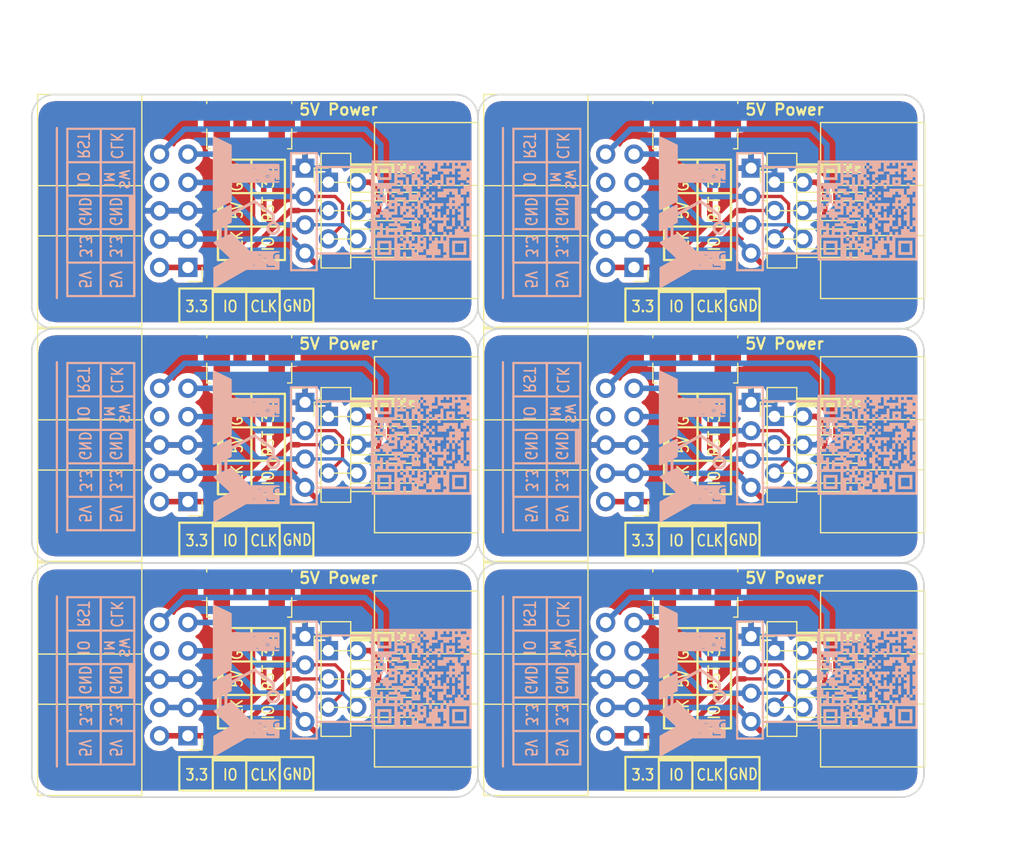
<source format=kicad_pcb>
(kicad_pcb (version 20171130) (host pcbnew 5.0.2-bee76a0~70~ubuntu18.04.1)
  (layers (0 F.Cu signal) (31 B.Cu signal) (34 B.Paste user) (35 F.Paste user) (36 B.SilkS user) (37 F.SilkS user) (38 B.Mask user) (39 F.Mask user) (44 Edge.Cuts user))
  (net 0 "")
  (net 1 "Net-(J1-Pad1)")
  (net 2 "Net-(J1-Pad3)")
  (net 3 GND)
  (net 4 "Net-(J1-Pad7)")
  (net 5 "Net-(J1-Pad10)")
  (net 6 "Net-(J2-Pad2)")
  (net 7 "Net-(J2-Pad3)")
  (net 8 "Net-(J2-Pad4)")
  (net 9 "Net-(J1-Pad9)")
  (net 10 "Net-(J1-Pad8)")
  (module TCY_logo:#QR_ST-Link_adapter (layer B.Cu) (at 220.95 139.4)
    (fp_text reference G*** hide)
    (fp_text value LOGO hide)
  )
  (module TCY_logo:#QR_ST-Link_adapter (layer B.Cu) (at 180.95 139.4)
    (fp_text reference G*** hide)
    (fp_text value LOGO hide)
  )
  (module TCY_logo:#QR_ST-Link_adapter (layer B.Cu) (at 220.95 118.4)
    (fp_text reference G*** hide)
    (fp_text value LOGO hide)
  )
  (module TCY_logo:#QR_ST-Link_adapter (layer B.Cu) (at 180.95 118.4)
    (fp_text reference G*** hide)
    (fp_text value LOGO hide)
  )
  (module TCY_logo:#QR_ST-Link_adapter (layer B.Cu) (at 220.95 97.4)
    (fp_text reference G*** hide)
    (fp_text value LOGO hide)
  )
  (module TCY_logo:#QR_ST-Link_adapter (layer B.Cu) (at 180.95 97.4)
    (fp_text reference G*** hide)
    (fp_text value LOGO hide)
  )
  (module Connector_IDC:IDC-Header_2x05_P2.54mm_Horizontal (layer F.Cu) (at 200 144.5 180)
    (fp_text reference J1 hide)
    (fp_text value Conn_01x10)
    (pad 10 thru_hole oval (at 2.54 10.16 180) (size 1.7272 1.7272) (drill 1.016) (layers *.Cu *.Mask) (net 5 "Net-(J1-Pad10)"))
    (pad 9 thru_hole oval (at 0 10.16 180) (size 1.7272 1.7272) (drill 1.016) (layers *.Cu *.Mask) (net 9 "Net-(J1-Pad9)"))
    (pad 8 thru_hole oval (at 2.54 7.62 180) (size 1.7272 1.7272) (drill 1.016) (layers *.Cu *.Mask) (net 10 "Net-(J1-Pad8)"))
    (pad 7 thru_hole oval (at 0 7.62 180) (size 1.7272 1.7272) (drill 1.016) (layers *.Cu *.Mask) (net 4 "Net-(J1-Pad7)"))
    (pad 6 thru_hole oval (at 2.54 5.08 180) (size 1.7272 1.7272) (drill 1.016) (layers *.Cu *.Mask) (net 3 GND))
    (pad 5 thru_hole oval (at 0 5.08 180) (size 1.7272 1.7272) (drill 1.016) (layers *.Cu *.Mask) (net 3 GND))
    (pad 4 thru_hole oval (at 2.54 2.54 180) (size 1.7272 1.7272) (drill 1.016) (layers *.Cu *.Mask) (net 2 "Net-(J1-Pad3)"))
    (pad 3 thru_hole oval (at 0 2.54 180) (size 1.7272 1.7272) (drill 1.016) (layers *.Cu *.Mask) (net 2 "Net-(J1-Pad3)"))
    (pad 2 thru_hole oval (at 2.54 0 180) (size 1.7272 1.7272) (drill 1.016) (layers *.Cu *.Mask) (net 1 "Net-(J1-Pad1)"))
    (pad 1 thru_hole rect (at 0 0 180) (size 1.7272 1.7272) (drill 1.016) (layers *.Cu *.Mask) (net 1 "Net-(J1-Pad1)"))
  )
  (module Connector_IDC:IDC-Header_2x05_P2.54mm_Horizontal (layer F.Cu) (at 160 144.5 180)
    (fp_text reference J1 hide)
    (fp_text value Conn_01x10)
    (pad 10 thru_hole oval (at 2.54 10.16 180) (size 1.7272 1.7272) (drill 1.016) (layers *.Cu *.Mask) (net 5 "Net-(J1-Pad10)"))
    (pad 9 thru_hole oval (at 0 10.16 180) (size 1.7272 1.7272) (drill 1.016) (layers *.Cu *.Mask) (net 9 "Net-(J1-Pad9)"))
    (pad 8 thru_hole oval (at 2.54 7.62 180) (size 1.7272 1.7272) (drill 1.016) (layers *.Cu *.Mask) (net 10 "Net-(J1-Pad8)"))
    (pad 7 thru_hole oval (at 0 7.62 180) (size 1.7272 1.7272) (drill 1.016) (layers *.Cu *.Mask) (net 4 "Net-(J1-Pad7)"))
    (pad 6 thru_hole oval (at 2.54 5.08 180) (size 1.7272 1.7272) (drill 1.016) (layers *.Cu *.Mask) (net 3 GND))
    (pad 5 thru_hole oval (at 0 5.08 180) (size 1.7272 1.7272) (drill 1.016) (layers *.Cu *.Mask) (net 3 GND))
    (pad 4 thru_hole oval (at 2.54 2.54 180) (size 1.7272 1.7272) (drill 1.016) (layers *.Cu *.Mask) (net 2 "Net-(J1-Pad3)"))
    (pad 3 thru_hole oval (at 0 2.54 180) (size 1.7272 1.7272) (drill 1.016) (layers *.Cu *.Mask) (net 2 "Net-(J1-Pad3)"))
    (pad 2 thru_hole oval (at 2.54 0 180) (size 1.7272 1.7272) (drill 1.016) (layers *.Cu *.Mask) (net 1 "Net-(J1-Pad1)"))
    (pad 1 thru_hole rect (at 0 0 180) (size 1.7272 1.7272) (drill 1.016) (layers *.Cu *.Mask) (net 1 "Net-(J1-Pad1)"))
  )
  (module Connector_IDC:IDC-Header_2x05_P2.54mm_Horizontal (layer F.Cu) (at 200 123.5 180)
    (fp_text reference J1 hide)
    (fp_text value Conn_01x10)
    (pad 10 thru_hole oval (at 2.54 10.16 180) (size 1.7272 1.7272) (drill 1.016) (layers *.Cu *.Mask) (net 5 "Net-(J1-Pad10)"))
    (pad 9 thru_hole oval (at 0 10.16 180) (size 1.7272 1.7272) (drill 1.016) (layers *.Cu *.Mask) (net 9 "Net-(J1-Pad9)"))
    (pad 8 thru_hole oval (at 2.54 7.62 180) (size 1.7272 1.7272) (drill 1.016) (layers *.Cu *.Mask) (net 10 "Net-(J1-Pad8)"))
    (pad 7 thru_hole oval (at 0 7.62 180) (size 1.7272 1.7272) (drill 1.016) (layers *.Cu *.Mask) (net 4 "Net-(J1-Pad7)"))
    (pad 6 thru_hole oval (at 2.54 5.08 180) (size 1.7272 1.7272) (drill 1.016) (layers *.Cu *.Mask) (net 3 GND))
    (pad 5 thru_hole oval (at 0 5.08 180) (size 1.7272 1.7272) (drill 1.016) (layers *.Cu *.Mask) (net 3 GND))
    (pad 4 thru_hole oval (at 2.54 2.54 180) (size 1.7272 1.7272) (drill 1.016) (layers *.Cu *.Mask) (net 2 "Net-(J1-Pad3)"))
    (pad 3 thru_hole oval (at 0 2.54 180) (size 1.7272 1.7272) (drill 1.016) (layers *.Cu *.Mask) (net 2 "Net-(J1-Pad3)"))
    (pad 2 thru_hole oval (at 2.54 0 180) (size 1.7272 1.7272) (drill 1.016) (layers *.Cu *.Mask) (net 1 "Net-(J1-Pad1)"))
    (pad 1 thru_hole rect (at 0 0 180) (size 1.7272 1.7272) (drill 1.016) (layers *.Cu *.Mask) (net 1 "Net-(J1-Pad1)"))
  )
  (module Connector_IDC:IDC-Header_2x05_P2.54mm_Horizontal (layer F.Cu) (at 160 123.5 180)
    (fp_text reference J1 hide)
    (fp_text value Conn_01x10)
    (pad 10 thru_hole oval (at 2.54 10.16 180) (size 1.7272 1.7272) (drill 1.016) (layers *.Cu *.Mask) (net 5 "Net-(J1-Pad10)"))
    (pad 9 thru_hole oval (at 0 10.16 180) (size 1.7272 1.7272) (drill 1.016) (layers *.Cu *.Mask) (net 9 "Net-(J1-Pad9)"))
    (pad 8 thru_hole oval (at 2.54 7.62 180) (size 1.7272 1.7272) (drill 1.016) (layers *.Cu *.Mask) (net 10 "Net-(J1-Pad8)"))
    (pad 7 thru_hole oval (at 0 7.62 180) (size 1.7272 1.7272) (drill 1.016) (layers *.Cu *.Mask) (net 4 "Net-(J1-Pad7)"))
    (pad 6 thru_hole oval (at 2.54 5.08 180) (size 1.7272 1.7272) (drill 1.016) (layers *.Cu *.Mask) (net 3 GND))
    (pad 5 thru_hole oval (at 0 5.08 180) (size 1.7272 1.7272) (drill 1.016) (layers *.Cu *.Mask) (net 3 GND))
    (pad 4 thru_hole oval (at 2.54 2.54 180) (size 1.7272 1.7272) (drill 1.016) (layers *.Cu *.Mask) (net 2 "Net-(J1-Pad3)"))
    (pad 3 thru_hole oval (at 0 2.54 180) (size 1.7272 1.7272) (drill 1.016) (layers *.Cu *.Mask) (net 2 "Net-(J1-Pad3)"))
    (pad 2 thru_hole oval (at 2.54 0 180) (size 1.7272 1.7272) (drill 1.016) (layers *.Cu *.Mask) (net 1 "Net-(J1-Pad1)"))
    (pad 1 thru_hole rect (at 0 0 180) (size 1.7272 1.7272) (drill 1.016) (layers *.Cu *.Mask) (net 1 "Net-(J1-Pad1)"))
  )
  (module Connector_IDC:IDC-Header_2x05_P2.54mm_Horizontal (layer F.Cu) (at 200 102.5 180)
    (fp_text reference J1 hide)
    (fp_text value Conn_01x10)
    (pad 10 thru_hole oval (at 2.54 10.16 180) (size 1.7272 1.7272) (drill 1.016) (layers *.Cu *.Mask) (net 5 "Net-(J1-Pad10)"))
    (pad 9 thru_hole oval (at 0 10.16 180) (size 1.7272 1.7272) (drill 1.016) (layers *.Cu *.Mask) (net 9 "Net-(J1-Pad9)"))
    (pad 8 thru_hole oval (at 2.54 7.62 180) (size 1.7272 1.7272) (drill 1.016) (layers *.Cu *.Mask) (net 10 "Net-(J1-Pad8)"))
    (pad 7 thru_hole oval (at 0 7.62 180) (size 1.7272 1.7272) (drill 1.016) (layers *.Cu *.Mask) (net 4 "Net-(J1-Pad7)"))
    (pad 6 thru_hole oval (at 2.54 5.08 180) (size 1.7272 1.7272) (drill 1.016) (layers *.Cu *.Mask) (net 3 GND))
    (pad 5 thru_hole oval (at 0 5.08 180) (size 1.7272 1.7272) (drill 1.016) (layers *.Cu *.Mask) (net 3 GND))
    (pad 4 thru_hole oval (at 2.54 2.54 180) (size 1.7272 1.7272) (drill 1.016) (layers *.Cu *.Mask) (net 2 "Net-(J1-Pad3)"))
    (pad 3 thru_hole oval (at 0 2.54 180) (size 1.7272 1.7272) (drill 1.016) (layers *.Cu *.Mask) (net 2 "Net-(J1-Pad3)"))
    (pad 2 thru_hole oval (at 2.54 0 180) (size 1.7272 1.7272) (drill 1.016) (layers *.Cu *.Mask) (net 1 "Net-(J1-Pad1)"))
    (pad 1 thru_hole rect (at 0 0 180) (size 1.7272 1.7272) (drill 1.016) (layers *.Cu *.Mask) (net 1 "Net-(J1-Pad1)"))
  )
  (module Connector_USB:USB_Micro-B_Molex_47346-0001 (layer F.Cu) (at 205.5 132.15 180)
    (fp_text reference J2 hide)
    (fp_text value USB_B_Micro)
    (pad 6 smd rect (at 0.84 1.2 180) (size 1.175 1.9) (layers F.Cu F.Paste F.Mask) (net 3 GND))
    (pad 6 smd rect (at -0.84 1.2 180) (size 1.175 1.9) (layers F.Cu F.Paste F.Mask) (net 3 GND))
    (pad 6 smd rect (at 2.91 1.2 180) (size 2.375 1.9) (layers F.Cu F.Paste F.Mask) (net 3 GND))
    (pad 6 smd rect (at -2.91 1.2 180) (size 2.375 1.9) (layers F.Cu F.Paste F.Mask) (net 3 GND))
    (pad 6 smd rect (at 2.4625 -1.1 180) (size 1.475 2.1) (layers F.Cu F.Paste F.Mask) (net 3 GND))
    (pad 6 smd rect (at -2.4625 -1.1 180) (size 1.475 2.1) (layers F.Cu F.Paste F.Mask) (net 3 GND))
    (pad 5 smd rect (at 1.3 -1.46 180) (size 0.45 1.38) (layers F.Cu F.Paste F.Mask) (net 3 GND))
    (pad 4 smd rect (at 0.65 -1.46 180) (size 0.45 1.38) (layers F.Cu F.Paste F.Mask) (net 8 "Net-(J2-Pad4)"))
    (pad 3 smd rect (at 0 -1.46 180) (size 0.45 1.38) (layers F.Cu F.Paste F.Mask) (net 7 "Net-(J2-Pad3)"))
    (pad 2 smd rect (at -0.65 -1.46 180) (size 0.45 1.38) (layers F.Cu F.Paste F.Mask) (net 6 "Net-(J2-Pad2)"))
    (pad 1 smd rect (at -1.3 -1.46 180) (size 0.45 1.38) (layers F.Cu F.Paste F.Mask) (net 1 "Net-(J1-Pad1)"))
  )
  (module Connector_USB:USB_Micro-B_Molex_47346-0001 (layer F.Cu) (at 165.5 132.15 180)
    (fp_text reference J2 hide)
    (fp_text value USB_B_Micro)
    (pad 6 smd rect (at 0.84 1.2 180) (size 1.175 1.9) (layers F.Cu F.Paste F.Mask) (net 3 GND))
    (pad 6 smd rect (at -0.84 1.2 180) (size 1.175 1.9) (layers F.Cu F.Paste F.Mask) (net 3 GND))
    (pad 6 smd rect (at 2.91 1.2 180) (size 2.375 1.9) (layers F.Cu F.Paste F.Mask) (net 3 GND))
    (pad 6 smd rect (at -2.91 1.2 180) (size 2.375 1.9) (layers F.Cu F.Paste F.Mask) (net 3 GND))
    (pad 6 smd rect (at 2.4625 -1.1 180) (size 1.475 2.1) (layers F.Cu F.Paste F.Mask) (net 3 GND))
    (pad 6 smd rect (at -2.4625 -1.1 180) (size 1.475 2.1) (layers F.Cu F.Paste F.Mask) (net 3 GND))
    (pad 5 smd rect (at 1.3 -1.46 180) (size 0.45 1.38) (layers F.Cu F.Paste F.Mask) (net 3 GND))
    (pad 4 smd rect (at 0.65 -1.46 180) (size 0.45 1.38) (layers F.Cu F.Paste F.Mask) (net 8 "Net-(J2-Pad4)"))
    (pad 3 smd rect (at 0 -1.46 180) (size 0.45 1.38) (layers F.Cu F.Paste F.Mask) (net 7 "Net-(J2-Pad3)"))
    (pad 2 smd rect (at -0.65 -1.46 180) (size 0.45 1.38) (layers F.Cu F.Paste F.Mask) (net 6 "Net-(J2-Pad2)"))
    (pad 1 smd rect (at -1.3 -1.46 180) (size 0.45 1.38) (layers F.Cu F.Paste F.Mask) (net 1 "Net-(J1-Pad1)"))
  )
  (module Connector_USB:USB_Micro-B_Molex_47346-0001 (layer F.Cu) (at 205.5 111.15 180)
    (fp_text reference J2 hide)
    (fp_text value USB_B_Micro)
    (pad 6 smd rect (at 0.84 1.2 180) (size 1.175 1.9) (layers F.Cu F.Paste F.Mask) (net 3 GND))
    (pad 6 smd rect (at -0.84 1.2 180) (size 1.175 1.9) (layers F.Cu F.Paste F.Mask) (net 3 GND))
    (pad 6 smd rect (at 2.91 1.2 180) (size 2.375 1.9) (layers F.Cu F.Paste F.Mask) (net 3 GND))
    (pad 6 smd rect (at -2.91 1.2 180) (size 2.375 1.9) (layers F.Cu F.Paste F.Mask) (net 3 GND))
    (pad 6 smd rect (at 2.4625 -1.1 180) (size 1.475 2.1) (layers F.Cu F.Paste F.Mask) (net 3 GND))
    (pad 6 smd rect (at -2.4625 -1.1 180) (size 1.475 2.1) (layers F.Cu F.Paste F.Mask) (net 3 GND))
    (pad 5 smd rect (at 1.3 -1.46 180) (size 0.45 1.38) (layers F.Cu F.Paste F.Mask) (net 3 GND))
    (pad 4 smd rect (at 0.65 -1.46 180) (size 0.45 1.38) (layers F.Cu F.Paste F.Mask) (net 8 "Net-(J2-Pad4)"))
    (pad 3 smd rect (at 0 -1.46 180) (size 0.45 1.38) (layers F.Cu F.Paste F.Mask) (net 7 "Net-(J2-Pad3)"))
    (pad 2 smd rect (at -0.65 -1.46 180) (size 0.45 1.38) (layers F.Cu F.Paste F.Mask) (net 6 "Net-(J2-Pad2)"))
    (pad 1 smd rect (at -1.3 -1.46 180) (size 0.45 1.38) (layers F.Cu F.Paste F.Mask) (net 1 "Net-(J1-Pad1)"))
  )
  (module Connector_USB:USB_Micro-B_Molex_47346-0001 (layer F.Cu) (at 165.5 111.15 180)
    (fp_text reference J2 hide)
    (fp_text value USB_B_Micro)
    (pad 6 smd rect (at 0.84 1.2 180) (size 1.175 1.9) (layers F.Cu F.Paste F.Mask) (net 3 GND))
    (pad 6 smd rect (at -0.84 1.2 180) (size 1.175 1.9) (layers F.Cu F.Paste F.Mask) (net 3 GND))
    (pad 6 smd rect (at 2.91 1.2 180) (size 2.375 1.9) (layers F.Cu F.Paste F.Mask) (net 3 GND))
    (pad 6 smd rect (at -2.91 1.2 180) (size 2.375 1.9) (layers F.Cu F.Paste F.Mask) (net 3 GND))
    (pad 6 smd rect (at 2.4625 -1.1 180) (size 1.475 2.1) (layers F.Cu F.Paste F.Mask) (net 3 GND))
    (pad 6 smd rect (at -2.4625 -1.1 180) (size 1.475 2.1) (layers F.Cu F.Paste F.Mask) (net 3 GND))
    (pad 5 smd rect (at 1.3 -1.46 180) (size 0.45 1.38) (layers F.Cu F.Paste F.Mask) (net 3 GND))
    (pad 4 smd rect (at 0.65 -1.46 180) (size 0.45 1.38) (layers F.Cu F.Paste F.Mask) (net 8 "Net-(J2-Pad4)"))
    (pad 3 smd rect (at 0 -1.46 180) (size 0.45 1.38) (layers F.Cu F.Paste F.Mask) (net 7 "Net-(J2-Pad3)"))
    (pad 2 smd rect (at -0.65 -1.46 180) (size 0.45 1.38) (layers F.Cu F.Paste F.Mask) (net 6 "Net-(J2-Pad2)"))
    (pad 1 smd rect (at -1.3 -1.46 180) (size 0.45 1.38) (layers F.Cu F.Paste F.Mask) (net 1 "Net-(J1-Pad1)"))
  )
  (module Connector_USB:USB_Micro-B_Molex_47346-0001 (layer F.Cu) (at 205.5 90.15 180)
    (fp_text reference J2 hide)
    (fp_text value USB_B_Micro)
    (pad 6 smd rect (at 0.84 1.2 180) (size 1.175 1.9) (layers F.Cu F.Paste F.Mask) (net 3 GND))
    (pad 6 smd rect (at -0.84 1.2 180) (size 1.175 1.9) (layers F.Cu F.Paste F.Mask) (net 3 GND))
    (pad 6 smd rect (at 2.91 1.2 180) (size 2.375 1.9) (layers F.Cu F.Paste F.Mask) (net 3 GND))
    (pad 6 smd rect (at -2.91 1.2 180) (size 2.375 1.9) (layers F.Cu F.Paste F.Mask) (net 3 GND))
    (pad 6 smd rect (at 2.4625 -1.1 180) (size 1.475 2.1) (layers F.Cu F.Paste F.Mask) (net 3 GND))
    (pad 6 smd rect (at -2.4625 -1.1 180) (size 1.475 2.1) (layers F.Cu F.Paste F.Mask) (net 3 GND))
    (pad 5 smd rect (at 1.3 -1.46 180) (size 0.45 1.38) (layers F.Cu F.Paste F.Mask) (net 3 GND))
    (pad 4 smd rect (at 0.65 -1.46 180) (size 0.45 1.38) (layers F.Cu F.Paste F.Mask) (net 8 "Net-(J2-Pad4)"))
    (pad 3 smd rect (at 0 -1.46 180) (size 0.45 1.38) (layers F.Cu F.Paste F.Mask) (net 7 "Net-(J2-Pad3)"))
    (pad 2 smd rect (at -0.65 -1.46 180) (size 0.45 1.38) (layers F.Cu F.Paste F.Mask) (net 6 "Net-(J2-Pad2)"))
    (pad 1 smd rect (at -1.3 -1.46 180) (size 0.45 1.38) (layers F.Cu F.Paste F.Mask) (net 1 "Net-(J1-Pad1)"))
  )
  (module TCY_logo:TCY_LOGO_13x6mm (layer B.Cu) (at 205.25 139.55 270)
    (fp_text reference G*** hide)
    (fp_text value LOGO hide)
  )
  (module TCY_logo:TCY_LOGO_13x6mm (layer B.Cu) (at 165.25 139.55 270)
    (fp_text reference G*** hide)
    (fp_text value LOGO hide)
  )
  (module TCY_logo:TCY_LOGO_13x6mm (layer B.Cu) (at 205.25 118.55 270)
    (fp_text reference G*** hide)
    (fp_text value LOGO hide)
  )
  (module TCY_logo:TCY_LOGO_13x6mm (layer B.Cu) (at 165.25 118.55 270)
    (fp_text reference G*** hide)
    (fp_text value LOGO hide)
  )
  (module TCY_logo:TCY_LOGO_13x6mm (layer B.Cu) (at 205.25 97.55 270)
    (fp_text reference G*** hide)
    (fp_text value LOGO hide)
  )
  (module Connector_PinHeader_2.54mm:PinHeader_1x04_P2.54mm_Horizontal (layer F.Cu) (at 210.5 135.6)
    (fp_text reference J4 hide)
    (fp_text value Conn_01x04)
    (pad 4 thru_hole oval (at 0 7.62) (size 1.7 1.7) (drill 1) (layers *.Cu *.Mask) (net 2 "Net-(J1-Pad3)"))
    (pad 3 thru_hole oval (at 0 5.08) (size 1.7 1.7) (drill 1) (layers *.Cu *.Mask) (net 4 "Net-(J1-Pad7)"))
    (pad 2 thru_hole oval (at 0 2.54) (size 1.7 1.7) (drill 1) (layers *.Cu *.Mask) (net 9 "Net-(J1-Pad9)"))
    (pad 1 thru_hole rect (at 0 0) (size 1.7 1.7) (drill 1) (layers *.Cu *.Mask) (net 3 GND))
  )
  (module Connector_PinHeader_2.54mm:PinHeader_1x04_P2.54mm_Horizontal (layer F.Cu) (at 170.5 135.6)
    (fp_text reference J4 hide)
    (fp_text value Conn_01x04)
    (pad 4 thru_hole oval (at 0 7.62) (size 1.7 1.7) (drill 1) (layers *.Cu *.Mask) (net 2 "Net-(J1-Pad3)"))
    (pad 3 thru_hole oval (at 0 5.08) (size 1.7 1.7) (drill 1) (layers *.Cu *.Mask) (net 4 "Net-(J1-Pad7)"))
    (pad 2 thru_hole oval (at 0 2.54) (size 1.7 1.7) (drill 1) (layers *.Cu *.Mask) (net 9 "Net-(J1-Pad9)"))
    (pad 1 thru_hole rect (at 0 0) (size 1.7 1.7) (drill 1) (layers *.Cu *.Mask) (net 3 GND))
  )
  (module Connector_PinHeader_2.54mm:PinHeader_1x04_P2.54mm_Horizontal (layer F.Cu) (at 210.5 114.6)
    (fp_text reference J4 hide)
    (fp_text value Conn_01x04)
    (pad 4 thru_hole oval (at 0 7.62) (size 1.7 1.7) (drill 1) (layers *.Cu *.Mask) (net 2 "Net-(J1-Pad3)"))
    (pad 3 thru_hole oval (at 0 5.08) (size 1.7 1.7) (drill 1) (layers *.Cu *.Mask) (net 4 "Net-(J1-Pad7)"))
    (pad 2 thru_hole oval (at 0 2.54) (size 1.7 1.7) (drill 1) (layers *.Cu *.Mask) (net 9 "Net-(J1-Pad9)"))
    (pad 1 thru_hole rect (at 0 0) (size 1.7 1.7) (drill 1) (layers *.Cu *.Mask) (net 3 GND))
  )
  (module Connector_PinHeader_2.54mm:PinHeader_1x04_P2.54mm_Horizontal (layer F.Cu) (at 170.5 114.6)
    (fp_text reference J4 hide)
    (fp_text value Conn_01x04)
    (pad 4 thru_hole oval (at 0 7.62) (size 1.7 1.7) (drill 1) (layers *.Cu *.Mask) (net 2 "Net-(J1-Pad3)"))
    (pad 3 thru_hole oval (at 0 5.08) (size 1.7 1.7) (drill 1) (layers *.Cu *.Mask) (net 4 "Net-(J1-Pad7)"))
    (pad 2 thru_hole oval (at 0 2.54) (size 1.7 1.7) (drill 1) (layers *.Cu *.Mask) (net 9 "Net-(J1-Pad9)"))
    (pad 1 thru_hole rect (at 0 0) (size 1.7 1.7) (drill 1) (layers *.Cu *.Mask) (net 3 GND))
  )
  (module Connector_PinHeader_2.54mm:PinHeader_1x04_P2.54mm_Horizontal (layer F.Cu) (at 210.5 93.6)
    (fp_text reference J4 hide)
    (fp_text value Conn_01x04)
    (pad 4 thru_hole oval (at 0 7.62) (size 1.7 1.7) (drill 1) (layers *.Cu *.Mask) (net 2 "Net-(J1-Pad3)"))
    (pad 3 thru_hole oval (at 0 5.08) (size 1.7 1.7) (drill 1) (layers *.Cu *.Mask) (net 4 "Net-(J1-Pad7)"))
    (pad 2 thru_hole oval (at 0 2.54) (size 1.7 1.7) (drill 1) (layers *.Cu *.Mask) (net 9 "Net-(J1-Pad9)"))
    (pad 1 thru_hole rect (at 0 0) (size 1.7 1.7) (drill 1) (layers *.Cu *.Mask) (net 3 GND))
  )
  (module Connector_IDC:IDC-Header_2x03_P2.54mm_Horizontal (layer F.Cu) (at 212.6 136.86)
    (fp_text reference J3 hide)
    (fp_text value Conn_01x06)
    (pad 6 thru_hole oval (at 2.54 5.08) (size 1.7272 1.7272) (drill 1.016) (layers *.Cu *.Mask) (net 4 "Net-(J1-Pad7)"))
    (pad 5 thru_hole oval (at 0 5.08) (size 1.7272 1.7272) (drill 1.016) (layers *.Cu *.Mask) (net 9 "Net-(J1-Pad9)"))
    (pad 4 thru_hole oval (at 2.54 2.54) (size 1.7272 1.7272) (drill 1.016) (layers *.Cu *.Mask) (net 5 "Net-(J1-Pad10)"))
    (pad 3 thru_hole oval (at 0 2.54) (size 1.7272 1.7272) (drill 1.016) (layers *.Cu *.Mask) (net 1 "Net-(J1-Pad1)"))
    (pad 2 thru_hole oval (at 2.54 0) (size 1.7272 1.7272) (drill 1.016) (layers *.Cu *.Mask) (net 2 "Net-(J1-Pad3)"))
    (pad 1 thru_hole rect (at 0 0) (size 1.7272 1.7272) (drill 1.016) (layers *.Cu *.Mask) (net 3 GND))
  )
  (module Connector_IDC:IDC-Header_2x03_P2.54mm_Horizontal (layer F.Cu) (at 172.6 136.86)
    (fp_text reference J3 hide)
    (fp_text value Conn_01x06)
    (pad 6 thru_hole oval (at 2.54 5.08) (size 1.7272 1.7272) (drill 1.016) (layers *.Cu *.Mask) (net 4 "Net-(J1-Pad7)"))
    (pad 5 thru_hole oval (at 0 5.08) (size 1.7272 1.7272) (drill 1.016) (layers *.Cu *.Mask) (net 9 "Net-(J1-Pad9)"))
    (pad 4 thru_hole oval (at 2.54 2.54) (size 1.7272 1.7272) (drill 1.016) (layers *.Cu *.Mask) (net 5 "Net-(J1-Pad10)"))
    (pad 3 thru_hole oval (at 0 2.54) (size 1.7272 1.7272) (drill 1.016) (layers *.Cu *.Mask) (net 1 "Net-(J1-Pad1)"))
    (pad 2 thru_hole oval (at 2.54 0) (size 1.7272 1.7272) (drill 1.016) (layers *.Cu *.Mask) (net 2 "Net-(J1-Pad3)"))
    (pad 1 thru_hole rect (at 0 0) (size 1.7272 1.7272) (drill 1.016) (layers *.Cu *.Mask) (net 3 GND))
  )
  (module Connector_IDC:IDC-Header_2x03_P2.54mm_Horizontal (layer F.Cu) (at 212.6 115.86)
    (fp_text reference J3 hide)
    (fp_text value Conn_01x06)
    (pad 6 thru_hole oval (at 2.54 5.08) (size 1.7272 1.7272) (drill 1.016) (layers *.Cu *.Mask) (net 4 "Net-(J1-Pad7)"))
    (pad 5 thru_hole oval (at 0 5.08) (size 1.7272 1.7272) (drill 1.016) (layers *.Cu *.Mask) (net 9 "Net-(J1-Pad9)"))
    (pad 4 thru_hole oval (at 2.54 2.54) (size 1.7272 1.7272) (drill 1.016) (layers *.Cu *.Mask) (net 5 "Net-(J1-Pad10)"))
    (pad 3 thru_hole oval (at 0 2.54) (size 1.7272 1.7272) (drill 1.016) (layers *.Cu *.Mask) (net 1 "Net-(J1-Pad1)"))
    (pad 2 thru_hole oval (at 2.54 0) (size 1.7272 1.7272) (drill 1.016) (layers *.Cu *.Mask) (net 2 "Net-(J1-Pad3)"))
    (pad 1 thru_hole rect (at 0 0) (size 1.7272 1.7272) (drill 1.016) (layers *.Cu *.Mask) (net 3 GND))
  )
  (module Connector_IDC:IDC-Header_2x03_P2.54mm_Horizontal (layer F.Cu) (at 172.6 115.86)
    (fp_text reference J3 hide)
    (fp_text value Conn_01x06)
    (pad 6 thru_hole oval (at 2.54 5.08) (size 1.7272 1.7272) (drill 1.016) (layers *.Cu *.Mask) (net 4 "Net-(J1-Pad7)"))
    (pad 5 thru_hole oval (at 0 5.08) (size 1.7272 1.7272) (drill 1.016) (layers *.Cu *.Mask) (net 9 "Net-(J1-Pad9)"))
    (pad 4 thru_hole oval (at 2.54 2.54) (size 1.7272 1.7272) (drill 1.016) (layers *.Cu *.Mask) (net 5 "Net-(J1-Pad10)"))
    (pad 3 thru_hole oval (at 0 2.54) (size 1.7272 1.7272) (drill 1.016) (layers *.Cu *.Mask) (net 1 "Net-(J1-Pad1)"))
    (pad 2 thru_hole oval (at 2.54 0) (size 1.7272 1.7272) (drill 1.016) (layers *.Cu *.Mask) (net 2 "Net-(J1-Pad3)"))
    (pad 1 thru_hole rect (at 0 0) (size 1.7272 1.7272) (drill 1.016) (layers *.Cu *.Mask) (net 3 GND))
  )
  (module Connector_IDC:IDC-Header_2x03_P2.54mm_Horizontal (layer F.Cu) (at 212.6 94.86)
    (fp_text reference J3 hide)
    (fp_text value Conn_01x06)
    (pad 6 thru_hole oval (at 2.54 5.08) (size 1.7272 1.7272) (drill 1.016) (layers *.Cu *.Mask) (net 4 "Net-(J1-Pad7)"))
    (pad 5 thru_hole oval (at 0 5.08) (size 1.7272 1.7272) (drill 1.016) (layers *.Cu *.Mask) (net 9 "Net-(J1-Pad9)"))
    (pad 4 thru_hole oval (at 2.54 2.54) (size 1.7272 1.7272) (drill 1.016) (layers *.Cu *.Mask) (net 5 "Net-(J1-Pad10)"))
    (pad 3 thru_hole oval (at 0 2.54) (size 1.7272 1.7272) (drill 1.016) (layers *.Cu *.Mask) (net 1 "Net-(J1-Pad1)"))
    (pad 2 thru_hole oval (at 2.54 0) (size 1.7272 1.7272) (drill 1.016) (layers *.Cu *.Mask) (net 2 "Net-(J1-Pad3)"))
    (pad 1 thru_hole rect (at 0 0) (size 1.7272 1.7272) (drill 1.016) (layers *.Cu *.Mask) (net 3 GND))
  )
  (module Connector_IDC:IDC-Header_2x05_P2.54mm_Horizontal (layer F.Cu) (at 160 102.5 180)
    (fp_text reference J1 hide)
    (fp_text value Conn_01x10)
    (pad 1 thru_hole rect (at 0 0 180) (size 1.7272 1.7272) (drill 1.016) (layers *.Cu *.Mask) (net 1 "Net-(J1-Pad1)"))
    (pad 2 thru_hole oval (at 2.54 0 180) (size 1.7272 1.7272) (drill 1.016) (layers *.Cu *.Mask) (net 1 "Net-(J1-Pad1)"))
    (pad 3 thru_hole oval (at 0 2.54 180) (size 1.7272 1.7272) (drill 1.016) (layers *.Cu *.Mask) (net 2 "Net-(J1-Pad3)"))
    (pad 4 thru_hole oval (at 2.54 2.54 180) (size 1.7272 1.7272) (drill 1.016) (layers *.Cu *.Mask) (net 2 "Net-(J1-Pad3)"))
    (pad 5 thru_hole oval (at 0 5.08 180) (size 1.7272 1.7272) (drill 1.016) (layers *.Cu *.Mask) (net 3 GND))
    (pad 6 thru_hole oval (at 2.54 5.08 180) (size 1.7272 1.7272) (drill 1.016) (layers *.Cu *.Mask) (net 3 GND))
    (pad 7 thru_hole oval (at 0 7.62 180) (size 1.7272 1.7272) (drill 1.016) (layers *.Cu *.Mask) (net 4 "Net-(J1-Pad7)"))
    (pad 8 thru_hole oval (at 2.54 7.62 180) (size 1.7272 1.7272) (drill 1.016) (layers *.Cu *.Mask) (net 10 "Net-(J1-Pad8)"))
    (pad 9 thru_hole oval (at 0 10.16 180) (size 1.7272 1.7272) (drill 1.016) (layers *.Cu *.Mask) (net 9 "Net-(J1-Pad9)"))
    (pad 10 thru_hole oval (at 2.54 10.16 180) (size 1.7272 1.7272) (drill 1.016) (layers *.Cu *.Mask) (net 5 "Net-(J1-Pad10)"))
  )
  (module Connector_USB:USB_Micro-B_Molex_47346-0001 (layer F.Cu) (at 165.5 90.15 180)
    (fp_text reference J2 hide)
    (fp_text value USB_B_Micro)
    (pad 1 smd rect (at -1.3 -1.46 180) (size 0.45 1.38) (layers F.Cu F.Paste F.Mask) (net 1 "Net-(J1-Pad1)"))
    (pad 2 smd rect (at -0.65 -1.46 180) (size 0.45 1.38) (layers F.Cu F.Paste F.Mask) (net 6 "Net-(J2-Pad2)"))
    (pad 3 smd rect (at 0 -1.46 180) (size 0.45 1.38) (layers F.Cu F.Paste F.Mask) (net 7 "Net-(J2-Pad3)"))
    (pad 4 smd rect (at 0.65 -1.46 180) (size 0.45 1.38) (layers F.Cu F.Paste F.Mask) (net 8 "Net-(J2-Pad4)"))
    (pad 5 smd rect (at 1.3 -1.46 180) (size 0.45 1.38) (layers F.Cu F.Paste F.Mask) (net 3 GND))
    (pad 6 smd rect (at -2.4625 -1.1 180) (size 1.475 2.1) (layers F.Cu F.Paste F.Mask) (net 3 GND))
    (pad 6 smd rect (at 2.4625 -1.1 180) (size 1.475 2.1) (layers F.Cu F.Paste F.Mask) (net 3 GND))
    (pad 6 smd rect (at -2.91 1.2 180) (size 2.375 1.9) (layers F.Cu F.Paste F.Mask) (net 3 GND))
    (pad 6 smd rect (at 2.91 1.2 180) (size 2.375 1.9) (layers F.Cu F.Paste F.Mask) (net 3 GND))
    (pad 6 smd rect (at -0.84 1.2 180) (size 1.175 1.9) (layers F.Cu F.Paste F.Mask) (net 3 GND))
    (pad 6 smd rect (at 0.84 1.2 180) (size 1.175 1.9) (layers F.Cu F.Paste F.Mask) (net 3 GND))
  )
  (module Connector_IDC:IDC-Header_2x03_P2.54mm_Horizontal (layer F.Cu) (at 172.6 94.86)
    (fp_text reference J3 hide)
    (fp_text value Conn_01x06)
    (pad 1 thru_hole rect (at 0 0) (size 1.7272 1.7272) (drill 1.016) (layers *.Cu *.Mask) (net 3 GND))
    (pad 2 thru_hole oval (at 2.54 0) (size 1.7272 1.7272) (drill 1.016) (layers *.Cu *.Mask) (net 2 "Net-(J1-Pad3)"))
    (pad 3 thru_hole oval (at 0 2.54) (size 1.7272 1.7272) (drill 1.016) (layers *.Cu *.Mask) (net 1 "Net-(J1-Pad1)"))
    (pad 4 thru_hole oval (at 2.54 2.54) (size 1.7272 1.7272) (drill 1.016) (layers *.Cu *.Mask) (net 5 "Net-(J1-Pad10)"))
    (pad 5 thru_hole oval (at 0 5.08) (size 1.7272 1.7272) (drill 1.016) (layers *.Cu *.Mask) (net 9 "Net-(J1-Pad9)"))
    (pad 6 thru_hole oval (at 2.54 5.08) (size 1.7272 1.7272) (drill 1.016) (layers *.Cu *.Mask) (net 4 "Net-(J1-Pad7)"))
  )
  (module Connector_PinHeader_2.54mm:PinHeader_1x04_P2.54mm_Horizontal (layer F.Cu) (at 170.5 93.6)
    (fp_text reference J4 hide)
    (fp_text value Conn_01x04)
    (pad 1 thru_hole rect (at 0 0) (size 1.7 1.7) (drill 1) (layers *.Cu *.Mask) (net 3 GND))
    (pad 2 thru_hole oval (at 0 2.54) (size 1.7 1.7) (drill 1) (layers *.Cu *.Mask) (net 9 "Net-(J1-Pad9)"))
    (pad 3 thru_hole oval (at 0 5.08) (size 1.7 1.7) (drill 1) (layers *.Cu *.Mask) (net 4 "Net-(J1-Pad7)"))
    (pad 4 thru_hole oval (at 0 7.62) (size 1.7 1.7) (drill 1) (layers *.Cu *.Mask) (net 2 "Net-(J1-Pad3)"))
  )
  (module TCY_logo:TCY_LOGO_13x6mm (layer B.Cu) (at 165.25 97.55 270)
    (fp_text reference G*** hide)
    (fp_text value LOGO hide)
  )
  (gr_arc (start 188 106) (end 186 106) (angle -90) (layer Edge.Cuts) (width 0.15))
  (gr_arc (start 184 110) (end 186 110) (angle -90) (layer Edge.Cuts) (width 0.15))
  (gr_arc (start 184 106) (end 184 108) (angle -90) (layer Edge.Cuts) (width 0.15))
  (gr_arc (start 188 110) (end 188 108) (angle -90) (layer Edge.Cuts) (width 0.15))
  (gr_line (start 216.5 143.25) (end 211.75 143.25) (layer B.SilkS) (width 0.2))
  (gr_line (start 176.5 143.25) (end 171.75 143.25) (layer B.SilkS) (width 0.2))
  (gr_line (start 216.5 122.25) (end 211.75 122.25) (layer B.SilkS) (width 0.2))
  (gr_line (start 176.5 122.25) (end 171.75 122.25) (layer B.SilkS) (width 0.2))
  (gr_line (start 216.5 101.25) (end 211.75 101.25) (layer B.SilkS) (width 0.2))
  (gr_line (start 211.55 135.5) (end 211.55 143.25) (layer B.SilkS) (width 0.2))
  (gr_line (start 171.55 135.5) (end 171.55 143.25) (layer B.SilkS) (width 0.2))
  (gr_line (start 211.55 114.5) (end 211.55 122.25) (layer B.SilkS) (width 0.2))
  (gr_line (start 171.55 114.5) (end 171.55 122.25) (layer B.SilkS) (width 0.2))
  (gr_line (start 211.55 93.5) (end 211.55 101.25) (layer B.SilkS) (width 0.2))
  (gr_text GND (at 193.5 139.5 270) (layer B.SilkS) (effects (font (size 1 0.85)) (justify mirror)))
  (gr_text GND (at 153.5 139.5 270) (layer B.SilkS) (effects (font (size 1 0.85)) (justify mirror)))
  (gr_text GND (at 193.5 118.5 270) (layer B.SilkS) (effects (font (size 1 0.85)) (justify mirror)))
  (gr_text GND (at 153.5 118.5 270) (layer B.SilkS) (effects (font (size 1 0.85)) (justify mirror)))
  (gr_text GND (at 193.5 97.5 270) (layer B.SilkS) (effects (font (size 1 0.85)) (justify mirror)))
  (gr_text "SW\nIM" (at 193.6 136.6 270) (layer B.SilkS) (effects (font (size 0.85 0.85)) (justify mirror)))
  (gr_text "SW\nIM" (at 153.6 136.6 270) (layer B.SilkS) (effects (font (size 0.85 0.85)) (justify mirror)))
  (gr_text "SW\nIM" (at 193.6 115.6 270) (layer B.SilkS) (effects (font (size 0.85 0.85)) (justify mirror)))
  (gr_text "SW\nIM" (at 153.6 115.6 270) (layer B.SilkS) (effects (font (size 0.85 0.85)) (justify mirror)))
  (gr_text "SW\nIM" (at 193.6 94.6 270) (layer B.SilkS) (effects (font (size 0.85 0.85)) (justify mirror)))
  (gr_line (start 216.5 143.25) (end 216.5 135.5) (layer B.SilkS) (width 0.2))
  (gr_line (start 176.5 143.25) (end 176.5 135.5) (layer B.SilkS) (width 0.2))
  (gr_line (start 216.5 122.25) (end 216.5 114.5) (layer B.SilkS) (width 0.2))
  (gr_line (start 176.5 122.25) (end 176.5 114.5) (layer B.SilkS) (width 0.2))
  (gr_line (start 216.5 101.25) (end 216.5 93.5) (layer B.SilkS) (width 0.2))
  (gr_line (start 216.5 135.5) (end 211.75 135.5) (layer B.SilkS) (width 0.2))
  (gr_line (start 176.5 135.5) (end 171.75 135.5) (layer B.SilkS) (width 0.2))
  (gr_line (start 216.5 114.5) (end 211.75 114.5) (layer B.SilkS) (width 0.2))
  (gr_line (start 176.5 114.5) (end 171.75 114.5) (layer B.SilkS) (width 0.2))
  (gr_line (start 216.5 93.5) (end 211.75 93.5) (layer B.SilkS) (width 0.2))
  (gr_text 5V (at 190.75 145.6 270) (layer B.SilkS) (effects (font (size 1 0.85)) (justify mirror)))
  (gr_text 5V (at 150.75 145.6 270) (layer B.SilkS) (effects (font (size 1 0.85)) (justify mirror)))
  (gr_text 5V (at 190.75 124.6 270) (layer B.SilkS) (effects (font (size 1 0.85)) (justify mirror)))
  (gr_text 5V (at 150.75 124.6 270) (layer B.SilkS) (effects (font (size 1 0.85)) (justify mirror)))
  (gr_text 5V (at 190.75 103.6 270) (layer B.SilkS) (effects (font (size 1 0.85)) (justify mirror)))
  (gr_text 3.3 (at 190.8 142.6 270) (layer B.SilkS) (effects (font (size 1 0.85)) (justify mirror)))
  (gr_text 3.3 (at 150.8 142.6 270) (layer B.SilkS) (effects (font (size 1 0.85)) (justify mirror)))
  (gr_text 3.3 (at 190.8 121.6 270) (layer B.SilkS) (effects (font (size 1 0.85)) (justify mirror)))
  (gr_text 3.3 (at 150.8 121.6 270) (layer B.SilkS) (effects (font (size 1 0.85)) (justify mirror)))
  (gr_text 3.3 (at 190.8 100.6 270) (layer B.SilkS) (effects (font (size 1 0.85)) (justify mirror)))
  (gr_text CLK (at 193.6 133.6 270) (layer B.SilkS) (effects (font (size 1 0.85)) (justify mirror)))
  (gr_text CLK (at 153.6 133.6 270) (layer B.SilkS) (effects (font (size 1 0.85)) (justify mirror)))
  (gr_text CLK (at 193.6 112.6 270) (layer B.SilkS) (effects (font (size 1 0.85)) (justify mirror)))
  (gr_text CLK (at 153.6 112.6 270) (layer B.SilkS) (effects (font (size 1 0.85)) (justify mirror)))
  (gr_text CLK (at 193.6 91.6 270) (layer B.SilkS) (effects (font (size 1 0.85)) (justify mirror)))
  (gr_text CLK (at 204.4 142.4 90) (layer F.SilkS) (effects (font (size 1 0.85))))
  (gr_text CLK (at 164.4 142.4 90) (layer F.SilkS) (effects (font (size 1 0.85))))
  (gr_text CLK (at 204.4 121.4 90) (layer F.SilkS) (effects (font (size 1 0.85))))
  (gr_text CLK (at 164.4 121.4 90) (layer F.SilkS) (effects (font (size 1 0.85))))
  (gr_text CLK (at 204.4 100.4 90) (layer F.SilkS) (effects (font (size 1 0.85))))
  (gr_line (start 211.55 135.5) (end 211.55 134.25) (layer B.SilkS) (width 0.2))
  (gr_line (start 171.55 135.5) (end 171.55 134.25) (layer B.SilkS) (width 0.2))
  (gr_line (start 211.55 114.5) (end 211.55 113.25) (layer B.SilkS) (width 0.2))
  (gr_line (start 171.55 114.5) (end 171.55 113.25) (layer B.SilkS) (width 0.2))
  (gr_line (start 211.55 93.5) (end 211.55 92.25) (layer B.SilkS) (width 0.2))
  (gr_arc (start 224 131) (end 226 131) (angle -90) (layer Edge.Cuts) (width 0.15))
  (gr_arc (start 184 131) (end 186 131) (angle -90) (layer Edge.Cuts) (width 0.15))
  (gr_arc (start 224 110) (end 226 110) (angle -90) (layer Edge.Cuts) (width 0.15))
  (gr_arc (start 224 89) (end 226 89) (angle -90) (layer Edge.Cuts) (width 0.15))
  (gr_arc (start 224 148) (end 224 150) (angle -90) (layer Edge.Cuts) (width 0.15))
  (gr_arc (start 184 148) (end 184 150) (angle -90) (layer Edge.Cuts) (width 0.15))
  (gr_arc (start 224 127) (end 224 129) (angle -90) (layer Edge.Cuts) (width 0.15))
  (gr_arc (start 184 127) (end 184 129) (angle -90) (layer Edge.Cuts) (width 0.15))
  (gr_arc (start 224 106) (end 224 108) (angle -90) (layer Edge.Cuts) (width 0.15))
  (gr_line (start 211.55 135.5) (end 211.75 135.5) (layer B.SilkS) (width 0.2))
  (gr_line (start 171.55 135.5) (end 171.75 135.5) (layer B.SilkS) (width 0.2))
  (gr_line (start 211.55 114.5) (end 211.75 114.5) (layer B.SilkS) (width 0.2))
  (gr_line (start 171.55 114.5) (end 171.75 114.5) (layer B.SilkS) (width 0.2))
  (gr_line (start 211.55 93.5) (end 211.75 93.5) (layer B.SilkS) (width 0.2))
  (gr_line (start 202.697081 134.837343) (end 202.697081 137.837343) (layer F.SilkS) (width 0.2))
  (gr_line (start 162.697081 134.837343) (end 162.697081 137.837343) (layer F.SilkS) (width 0.2))
  (gr_line (start 202.697081 113.837343) (end 202.697081 116.837343) (layer F.SilkS) (width 0.2))
  (gr_line (start 162.697081 113.837343) (end 162.697081 116.837343) (layer F.SilkS) (width 0.2))
  (gr_line (start 202.697081 92.837343) (end 202.697081 95.837343) (layer F.SilkS) (width 0.2))
  (gr_line (start 205.697081 143.837343) (end 208.697081 143.837343) (layer F.SilkS) (width 0.2))
  (gr_line (start 165.697081 143.837343) (end 168.697081 143.837343) (layer F.SilkS) (width 0.2))
  (gr_line (start 205.697081 122.837343) (end 208.697081 122.837343) (layer F.SilkS) (width 0.2))
  (gr_line (start 165.697081 122.837343) (end 168.697081 122.837343) (layer F.SilkS) (width 0.2))
  (gr_line (start 205.697081 101.837343) (end 208.697081 101.837343) (layer F.SilkS) (width 0.2))
  (gr_line (start 208.697081 143.837343) (end 208.697081 134.837343) (layer F.SilkS) (width 0.2))
  (gr_line (start 168.697081 143.837343) (end 168.697081 134.837343) (layer F.SilkS) (width 0.2))
  (gr_line (start 208.697081 122.837343) (end 208.697081 113.837343) (layer F.SilkS) (width 0.2))
  (gr_line (start 168.697081 122.837343) (end 168.697081 113.837343) (layer F.SilkS) (width 0.2))
  (gr_line (start 208.697081 101.837343) (end 208.697081 92.837343) (layer F.SilkS) (width 0.2))
  (gr_line (start 208.697081 134.837343) (end 205.697081 134.837343) (layer F.SilkS) (width 0.2))
  (gr_line (start 168.697081 134.837343) (end 165.697081 134.837343) (layer F.SilkS) (width 0.2))
  (gr_line (start 208.697081 113.837343) (end 205.697081 113.837343) (layer F.SilkS) (width 0.2))
  (gr_line (start 168.697081 113.837343) (end 165.697081 113.837343) (layer F.SilkS) (width 0.2))
  (gr_line (start 208.697081 92.837343) (end 205.697081 92.837343) (layer F.SilkS) (width 0.2))
  (gr_line (start 205.697081 134.837343) (end 205.697081 137.837343) (layer F.SilkS) (width 0.2))
  (gr_line (start 165.697081 134.837343) (end 165.697081 137.837343) (layer F.SilkS) (width 0.2))
  (gr_line (start 205.697081 113.837343) (end 205.697081 116.837343) (layer F.SilkS) (width 0.2))
  (gr_line (start 165.697081 113.837343) (end 165.697081 116.837343) (layer F.SilkS) (width 0.2))
  (gr_line (start 205.697081 92.837343) (end 205.697081 95.837343) (layer F.SilkS) (width 0.2))
  (gr_line (start 205.697081 137.837343) (end 208.697081 137.837343) (layer F.SilkS) (width 0.2))
  (gr_line (start 165.697081 137.837343) (end 168.697081 137.837343) (layer F.SilkS) (width 0.2))
  (gr_line (start 205.697081 116.837343) (end 208.697081 116.837343) (layer F.SilkS) (width 0.2))
  (gr_line (start 165.697081 116.837343) (end 168.697081 116.837343) (layer F.SilkS) (width 0.2))
  (gr_line (start 205.697081 95.837343) (end 208.697081 95.837343) (layer F.SilkS) (width 0.2))
  (gr_line (start 208.697081 137.837343) (end 208.697081 140.837343) (layer F.SilkS) (width 0.2))
  (gr_line (start 168.697081 137.837343) (end 168.697081 140.837343) (layer F.SilkS) (width 0.2))
  (gr_line (start 208.697081 116.837343) (end 208.697081 119.837343) (layer F.SilkS) (width 0.2))
  (gr_line (start 168.697081 116.837343) (end 168.697081 119.837343) (layer F.SilkS) (width 0.2))
  (gr_line (start 208.697081 95.837343) (end 208.697081 98.837343) (layer F.SilkS) (width 0.2))
  (gr_line (start 208.697081 140.837343) (end 205.697081 140.837343) (layer F.SilkS) (width 0.2))
  (gr_line (start 168.697081 140.837343) (end 165.697081 140.837343) (layer F.SilkS) (width 0.2))
  (gr_line (start 208.697081 119.837343) (end 205.697081 119.837343) (layer F.SilkS) (width 0.2))
  (gr_line (start 168.697081 119.837343) (end 165.697081 119.837343) (layer F.SilkS) (width 0.2))
  (gr_line (start 208.697081 98.837343) (end 205.697081 98.837343) (layer F.SilkS) (width 0.2))
  (gr_text "5V Power" (at 213.5 130.35) (layer F.SilkS) (effects (font (size 1 1) (thickness 0.2))))
  (gr_text "5V Power" (at 173.5 130.35) (layer F.SilkS) (effects (font (size 1 1) (thickness 0.2))))
  (gr_text "5V Power" (at 213.5 109.35) (layer F.SilkS) (effects (font (size 1 1) (thickness 0.2))))
  (gr_text "5V Power" (at 173.5 109.35) (layer F.SilkS) (effects (font (size 1 1) (thickness 0.2))))
  (gr_text "5V Power" (at 213.5 88.35) (layer F.SilkS) (effects (font (size 1 1) (thickness 0.2))))
  (gr_line (start 189.186203 138.069089) (end 192.186203 138.069089) (layer B.SilkS) (width 0.2))
  (gr_line (start 149.186203 138.069089) (end 152.186203 138.069089) (layer B.SilkS) (width 0.2))
  (gr_line (start 189.186203 117.069089) (end 192.186203 117.069089) (layer B.SilkS) (width 0.2))
  (gr_line (start 149.186203 117.069089) (end 152.186203 117.069089) (layer B.SilkS) (width 0.2))
  (gr_line (start 189.186203 96.069089) (end 192.186203 96.069089) (layer B.SilkS) (width 0.2))
  (gr_text GND (at 190.75 139.5 270) (layer B.SilkS) (effects (font (size 1 0.85)) (justify mirror)))
  (gr_text GND (at 150.75 139.5 270) (layer B.SilkS) (effects (font (size 1 0.85)) (justify mirror)))
  (gr_text GND (at 190.75 118.5 270) (layer B.SilkS) (effects (font (size 1 0.85)) (justify mirror)))
  (gr_text GND (at 150.75 118.5 270) (layer B.SilkS) (effects (font (size 1 0.85)) (justify mirror)))
  (gr_text GND (at 190.75 97.5 270) (layer B.SilkS) (effects (font (size 1 0.85)) (justify mirror)))
  (gr_line (start 192.186203 141.069089) (end 189.186203 141.069089) (layer B.SilkS) (width 0.2))
  (gr_line (start 152.186203 141.069089) (end 149.186203 141.069089) (layer B.SilkS) (width 0.2))
  (gr_line (start 192.186203 120.069089) (end 189.186203 120.069089) (layer B.SilkS) (width 0.2))
  (gr_line (start 152.186203 120.069089) (end 149.186203 120.069089) (layer B.SilkS) (width 0.2))
  (gr_line (start 192.186203 99.069089) (end 189.186203 99.069089) (layer B.SilkS) (width 0.2))
  (gr_line (start 189.186203 141.069089) (end 189.186203 132.069089) (layer B.SilkS) (width 0.2))
  (gr_line (start 149.186203 141.069089) (end 149.186203 132.069089) (layer B.SilkS) (width 0.2))
  (gr_line (start 189.186203 120.069089) (end 189.186203 111.069089) (layer B.SilkS) (width 0.2))
  (gr_line (start 149.186203 120.069089) (end 149.186203 111.069089) (layer B.SilkS) (width 0.2))
  (gr_line (start 189.186203 99.069089) (end 189.186203 90.069089) (layer B.SilkS) (width 0.2))
  (gr_line (start 195.186203 147.069089) (end 195.186203 144.069089) (layer B.SilkS) (width 0.2))
  (gr_line (start 155.186203 147.069089) (end 155.186203 144.069089) (layer B.SilkS) (width 0.2))
  (gr_line (start 195.186203 126.069089) (end 195.186203 123.069089) (layer B.SilkS) (width 0.2))
  (gr_line (start 155.186203 126.069089) (end 155.186203 123.069089) (layer B.SilkS) (width 0.2))
  (gr_line (start 195.186203 105.069089) (end 195.186203 102.069089) (layer B.SilkS) (width 0.2))
  (gr_line (start 195.186203 144.069089) (end 195.186203 141.069089) (layer B.SilkS) (width 0.2))
  (gr_line (start 155.186203 144.069089) (end 155.186203 141.069089) (layer B.SilkS) (width 0.2))
  (gr_line (start 195.186203 123.069089) (end 195.186203 120.069089) (layer B.SilkS) (width 0.2))
  (gr_line (start 155.186203 123.069089) (end 155.186203 120.069089) (layer B.SilkS) (width 0.2))
  (gr_line (start 195.186203 102.069089) (end 195.186203 99.069089) (layer B.SilkS) (width 0.2))
  (gr_line (start 192.186203 144.069089) (end 192.186203 138.069089) (layer B.SilkS) (width 0.2))
  (gr_line (start 152.186203 144.069089) (end 152.186203 138.069089) (layer B.SilkS) (width 0.2))
  (gr_line (start 192.186203 123.069089) (end 192.186203 117.069089) (layer B.SilkS) (width 0.2))
  (gr_line (start 152.186203 123.069089) (end 152.186203 117.069089) (layer B.SilkS) (width 0.2))
  (gr_line (start 192.186203 102.069089) (end 192.186203 96.069089) (layer B.SilkS) (width 0.2))
  (gr_line (start 192.186203 147.069089) (end 192.186203 144.069089) (layer B.SilkS) (width 0.2))
  (gr_line (start 152.186203 147.069089) (end 152.186203 144.069089) (layer B.SilkS) (width 0.2))
  (gr_line (start 192.186203 126.069089) (end 192.186203 123.069089) (layer B.SilkS) (width 0.2))
  (gr_line (start 152.186203 126.069089) (end 152.186203 123.069089) (layer B.SilkS) (width 0.2))
  (gr_line (start 192.186203 105.069089) (end 192.186203 102.069089) (layer B.SilkS) (width 0.2))
  (gr_text 3.3 (at 207.2 136.4 90) (layer F.SilkS) (effects (font (size 1 0.85))))
  (gr_text 3.3 (at 167.2 136.4 90) (layer F.SilkS) (effects (font (size 1 0.85))))
  (gr_text 3.3 (at 207.2 115.4 90) (layer F.SilkS) (effects (font (size 1 0.85))))
  (gr_text 3.3 (at 167.2 115.4 90) (layer F.SilkS) (effects (font (size 1 0.85))))
  (gr_text 3.3 (at 207.2 94.4 90) (layer F.SilkS) (effects (font (size 1 0.85))))
  (gr_text RST (at 207.2 139.306695 90) (layer F.SilkS) (effects (font (size 1 0.85))))
  (gr_text RST (at 167.2 139.306695 90) (layer F.SilkS) (effects (font (size 1 0.85))))
  (gr_text RST (at 207.2 118.306695 90) (layer F.SilkS) (effects (font (size 1 0.85))))
  (gr_text RST (at 167.2 118.306695 90) (layer F.SilkS) (effects (font (size 1 0.85))))
  (gr_text RST (at 207.2 97.306695 90) (layer F.SilkS) (effects (font (size 1 0.85))))
  (gr_text IO (at 203.8 148) (layer F.SilkS) (effects (font (size 1 0.85))))
  (gr_text IO (at 163.8 148) (layer F.SilkS) (effects (font (size 1 0.85))))
  (gr_text IO (at 203.8 127) (layer F.SilkS) (effects (font (size 1 0.85))))
  (gr_text IO (at 163.8 127) (layer F.SilkS) (effects (font (size 1 0.85))))
  (gr_text IO (at 203.8 106) (layer F.SilkS) (effects (font (size 1 0.85))))
  (gr_line (start 202.230648 146.39277) (end 205.230648 146.39277) (layer F.SilkS) (width 0.2))
  (gr_line (start 162.230648 146.39277) (end 165.230648 146.39277) (layer F.SilkS) (width 0.2))
  (gr_line (start 202.230648 125.39277) (end 205.230648 125.39277) (layer F.SilkS) (width 0.2))
  (gr_line (start 162.230648 125.39277) (end 165.230648 125.39277) (layer F.SilkS) (width 0.2))
  (gr_line (start 202.230648 104.39277) (end 205.230648 104.39277) (layer F.SilkS) (width 0.2))
  (gr_line (start 202.230648 149.39277) (end 202.230648 146.39277) (layer F.SilkS) (width 0.2))
  (gr_line (start 162.230648 149.39277) (end 162.230648 146.39277) (layer F.SilkS) (width 0.2))
  (gr_line (start 202.230648 128.39277) (end 202.230648 125.39277) (layer F.SilkS) (width 0.2))
  (gr_line (start 162.230648 128.39277) (end 162.230648 125.39277) (layer F.SilkS) (width 0.2))
  (gr_line (start 202.230648 107.39277) (end 202.230648 104.39277) (layer F.SilkS) (width 0.2))
  (gr_line (start 199.230648 146.39277) (end 199.230648 149.39277) (layer F.SilkS) (width 0.2))
  (gr_line (start 159.230648 146.39277) (end 159.230648 149.39277) (layer F.SilkS) (width 0.2))
  (gr_line (start 199.230648 125.39277) (end 199.230648 128.39277) (layer F.SilkS) (width 0.2))
  (gr_line (start 159.230648 125.39277) (end 159.230648 128.39277) (layer F.SilkS) (width 0.2))
  (gr_line (start 199.230648 104.39277) (end 199.230648 107.39277) (layer F.SilkS) (width 0.2))
  (gr_line (start 205.230648 146.39277) (end 205.230648 149.39277) (layer F.SilkS) (width 0.2))
  (gr_line (start 165.230648 146.39277) (end 165.230648 149.39277) (layer F.SilkS) (width 0.2))
  (gr_line (start 205.230648 125.39277) (end 205.230648 128.39277) (layer F.SilkS) (width 0.2))
  (gr_line (start 165.230648 125.39277) (end 165.230648 128.39277) (layer F.SilkS) (width 0.2))
  (gr_line (start 205.230648 104.39277) (end 205.230648 107.39277) (layer F.SilkS) (width 0.2))
  (gr_text GND (at 209.8 147.95) (layer F.SilkS) (effects (font (size 1 0.85))))
  (gr_text GND (at 169.8 147.95) (layer F.SilkS) (effects (font (size 1 0.85))))
  (gr_text GND (at 209.8 126.95) (layer F.SilkS) (effects (font (size 1 0.85))))
  (gr_text GND (at 169.8 126.95) (layer F.SilkS) (effects (font (size 1 0.85))))
  (gr_text GND (at 209.8 105.95) (layer F.SilkS) (effects (font (size 1 0.85))))
  (gr_line (start 208.230648 149.39277) (end 208.230648 146.39277) (layer F.SilkS) (width 0.2))
  (gr_line (start 168.230648 149.39277) (end 168.230648 146.39277) (layer F.SilkS) (width 0.2))
  (gr_line (start 208.230648 128.39277) (end 208.230648 125.39277) (layer F.SilkS) (width 0.2))
  (gr_line (start 168.230648 128.39277) (end 168.230648 125.39277) (layer F.SilkS) (width 0.2))
  (gr_line (start 208.230648 107.39277) (end 208.230648 104.39277) (layer F.SilkS) (width 0.2))
  (gr_line (start 208.230648 146.39277) (end 199.230648 146.39277) (layer F.SilkS) (width 0.2))
  (gr_line (start 168.230648 146.39277) (end 159.230648 146.39277) (layer F.SilkS) (width 0.2))
  (gr_line (start 208.230648 125.39277) (end 199.230648 125.39277) (layer F.SilkS) (width 0.2))
  (gr_line (start 168.230648 125.39277) (end 159.230648 125.39277) (layer F.SilkS) (width 0.2))
  (gr_line (start 208.230648 104.39277) (end 199.230648 104.39277) (layer F.SilkS) (width 0.2))
  (gr_text GND (at 204.4 136.4 90) (layer F.SilkS) (effects (font (size 1 0.85))))
  (gr_text GND (at 164.4 136.4 90) (layer F.SilkS) (effects (font (size 1 0.85))))
  (gr_text GND (at 204.4 115.4 90) (layer F.SilkS) (effects (font (size 1 0.85))))
  (gr_text GND (at 164.4 115.4 90) (layer F.SilkS) (effects (font (size 1 0.85))))
  (gr_text GND (at 204.4 94.4 90) (layer F.SilkS) (effects (font (size 1 0.85))))
  (gr_line (start 195.186203 138.069089) (end 195.186203 141.069089) (layer B.SilkS) (width 0.2))
  (gr_line (start 155.186203 138.069089) (end 155.186203 141.069089) (layer B.SilkS) (width 0.2))
  (gr_line (start 195.186203 117.069089) (end 195.186203 120.069089) (layer B.SilkS) (width 0.2))
  (gr_line (start 155.186203 117.069089) (end 155.186203 120.069089) (layer B.SilkS) (width 0.2))
  (gr_line (start 195.186203 96.069089) (end 195.186203 99.069089) (layer B.SilkS) (width 0.2))
  (gr_line (start 195.186203 132.069089) (end 195.186203 135.069089) (layer B.SilkS) (width 0.2))
  (gr_line (start 155.186203 132.069089) (end 155.186203 135.069089) (layer B.SilkS) (width 0.2))
  (gr_line (start 195.186203 111.069089) (end 195.186203 114.069089) (layer B.SilkS) (width 0.2))
  (gr_line (start 155.186203 111.069089) (end 155.186203 114.069089) (layer B.SilkS) (width 0.2))
  (gr_line (start 195.186203 90.069089) (end 195.186203 93.069089) (layer B.SilkS) (width 0.2))
  (gr_line (start 195.186203 141.069089) (end 195.186203 138.069089) (layer B.SilkS) (width 0.2))
  (gr_line (start 155.186203 141.069089) (end 155.186203 138.069089) (layer B.SilkS) (width 0.2))
  (gr_line (start 195.186203 120.069089) (end 195.186203 117.069089) (layer B.SilkS) (width 0.2))
  (gr_line (start 155.186203 120.069089) (end 155.186203 117.069089) (layer B.SilkS) (width 0.2))
  (gr_line (start 195.186203 99.069089) (end 195.186203 96.069089) (layer B.SilkS) (width 0.2))
  (gr_line (start 195.186203 135.069089) (end 192.186203 135.069089) (layer B.SilkS) (width 0.2))
  (gr_line (start 155.186203 135.069089) (end 152.186203 135.069089) (layer B.SilkS) (width 0.2))
  (gr_line (start 195.186203 114.069089) (end 192.186203 114.069089) (layer B.SilkS) (width 0.2))
  (gr_line (start 155.186203 114.069089) (end 152.186203 114.069089) (layer B.SilkS) (width 0.2))
  (gr_line (start 195.186203 93.069089) (end 192.186203 93.069089) (layer B.SilkS) (width 0.2))
  (gr_text 3.3 (at 193.5 142.6 270) (layer B.SilkS) (effects (font (size 1 0.85)) (justify mirror)))
  (gr_text 3.3 (at 153.5 142.6 270) (layer B.SilkS) (effects (font (size 1 0.85)) (justify mirror)))
  (gr_text 3.3 (at 193.5 121.6 270) (layer B.SilkS) (effects (font (size 1 0.85)) (justify mirror)))
  (gr_text 3.3 (at 153.5 121.6 270) (layer B.SilkS) (effects (font (size 1 0.85)) (justify mirror)))
  (gr_text 3.3 (at 193.5 100.6 270) (layer B.SilkS) (effects (font (size 1 0.85)) (justify mirror)))
  (gr_line (start 192.186203 132.069089) (end 195.186203 132.069089) (layer B.SilkS) (width 0.2))
  (gr_line (start 152.186203 132.069089) (end 155.186203 132.069089) (layer B.SilkS) (width 0.2))
  (gr_line (start 192.186203 111.069089) (end 195.186203 111.069089) (layer B.SilkS) (width 0.2))
  (gr_line (start 152.186203 111.069089) (end 155.186203 111.069089) (layer B.SilkS) (width 0.2))
  (gr_line (start 192.186203 90.069089) (end 195.186203 90.069089) (layer B.SilkS) (width 0.2))
  (gr_text 5V (at 193.5 145.6 270) (layer B.SilkS) (effects (font (size 1 0.85)) (justify mirror)))
  (gr_text 5V (at 153.5 145.6 270) (layer B.SilkS) (effects (font (size 1 0.85)) (justify mirror)))
  (gr_text 5V (at 193.5 124.6 270) (layer B.SilkS) (effects (font (size 1 0.85)) (justify mirror)))
  (gr_text 5V (at 153.5 124.6 270) (layer B.SilkS) (effects (font (size 1 0.85)) (justify mirror)))
  (gr_text 5V (at 193.5 103.6 270) (layer B.SilkS) (effects (font (size 1 0.85)) (justify mirror)))
  (gr_line (start 195.186203 138.069089) (end 195.186203 135.069089) (layer B.SilkS) (width 0.2))
  (gr_line (start 155.186203 138.069089) (end 155.186203 135.069089) (layer B.SilkS) (width 0.2))
  (gr_line (start 195.186203 117.069089) (end 195.186203 114.069089) (layer B.SilkS) (width 0.2))
  (gr_line (start 155.186203 117.069089) (end 155.186203 114.069089) (layer B.SilkS) (width 0.2))
  (gr_line (start 195.186203 96.069089) (end 195.186203 93.069089) (layer B.SilkS) (width 0.2))
  (gr_line (start 192.186203 147.069089) (end 189.186203 147.069089) (layer B.SilkS) (width 0.2))
  (gr_line (start 152.186203 147.069089) (end 149.186203 147.069089) (layer B.SilkS) (width 0.2))
  (gr_line (start 192.186203 126.069089) (end 189.186203 126.069089) (layer B.SilkS) (width 0.2))
  (gr_line (start 152.186203 126.069089) (end 149.186203 126.069089) (layer B.SilkS) (width 0.2))
  (gr_line (start 192.186203 105.069089) (end 189.186203 105.069089) (layer B.SilkS) (width 0.2))
  (gr_line (start 188.25 132) (end 188.25 147.25) (layer B.SilkS) (width 0.2))
  (gr_line (start 148.25 132) (end 148.25 147.25) (layer B.SilkS) (width 0.2))
  (gr_line (start 188.25 111) (end 188.25 126.25) (layer B.SilkS) (width 0.2))
  (gr_line (start 148.25 111) (end 148.25 126.25) (layer B.SilkS) (width 0.2))
  (gr_line (start 188.25 90) (end 188.25 105.25) (layer B.SilkS) (width 0.2))
  (gr_line (start 195 138.2) (end 195 141) (layer B.SilkS) (width 0.2))
  (gr_line (start 155 138.2) (end 155 141) (layer B.SilkS) (width 0.2))
  (gr_line (start 195 117.2) (end 195 120) (layer B.SilkS) (width 0.2))
  (gr_line (start 155 117.2) (end 155 120) (layer B.SilkS) (width 0.2))
  (gr_line (start 195 96.2) (end 195 99) (layer B.SilkS) (width 0.2))
  (gr_line (start 195 141) (end 194.8 141) (layer B.SilkS) (width 0.2))
  (gr_line (start 155 141) (end 154.8 141) (layer B.SilkS) (width 0.2))
  (gr_line (start 195 120) (end 194.8 120) (layer B.SilkS) (width 0.2))
  (gr_line (start 155 120) (end 154.8 120) (layer B.SilkS) (width 0.2))
  (gr_line (start 195 99) (end 194.8 99) (layer B.SilkS) (width 0.2))
  (gr_line (start 194.8 141) (end 194.8 138.2) (layer B.SilkS) (width 0.2))
  (gr_line (start 154.8 141) (end 154.8 138.2) (layer B.SilkS) (width 0.2))
  (gr_line (start 194.8 120) (end 194.8 117.2) (layer B.SilkS) (width 0.2))
  (gr_line (start 154.8 120) (end 154.8 117.2) (layer B.SilkS) (width 0.2))
  (gr_line (start 194.8 99) (end 194.8 96.2) (layer B.SilkS) (width 0.2))
  (gr_line (start 202.886933 140.656695) (end 202.886933 137.856695) (layer F.SilkS) (width 0.2))
  (gr_line (start 162.886933 140.656695) (end 162.886933 137.856695) (layer F.SilkS) (width 0.2))
  (gr_line (start 202.886933 119.656695) (end 202.886933 116.856695) (layer F.SilkS) (width 0.2))
  (gr_line (start 162.886933 119.656695) (end 162.886933 116.856695) (layer F.SilkS) (width 0.2))
  (gr_line (start 202.886933 98.656695) (end 202.886933 95.856695) (layer F.SilkS) (width 0.2))
  (gr_line (start 202.886933 137.856695) (end 203.086933 137.856695) (layer F.SilkS) (width 0.2))
  (gr_line (start 162.886933 137.856695) (end 163.086933 137.856695) (layer F.SilkS) (width 0.2))
  (gr_line (start 202.886933 116.856695) (end 203.086933 116.856695) (layer F.SilkS) (width 0.2))
  (gr_line (start 162.886933 116.856695) (end 163.086933 116.856695) (layer F.SilkS) (width 0.2))
  (gr_line (start 202.886933 95.856695) (end 203.086933 95.856695) (layer F.SilkS) (width 0.2))
  (gr_line (start 209.25 134.25) (end 211.55 134.25) (layer B.SilkS) (width 0.2))
  (gr_line (start 169.25 134.25) (end 171.55 134.25) (layer B.SilkS) (width 0.2))
  (gr_line (start 209.25 113.25) (end 211.55 113.25) (layer B.SilkS) (width 0.2))
  (gr_line (start 169.25 113.25) (end 171.55 113.25) (layer B.SilkS) (width 0.2))
  (gr_line (start 209.25 92.25) (end 211.55 92.25) (layer B.SilkS) (width 0.2))
  (gr_line (start 211.55 143.25) (end 211.55 144.75) (layer B.SilkS) (width 0.2))
  (gr_line (start 171.55 143.25) (end 171.55 144.75) (layer B.SilkS) (width 0.2))
  (gr_line (start 211.55 122.25) (end 211.55 123.75) (layer B.SilkS) (width 0.2))
  (gr_line (start 171.55 122.25) (end 171.55 123.75) (layer B.SilkS) (width 0.2))
  (gr_line (start 211.55 101.25) (end 211.55 102.75) (layer B.SilkS) (width 0.2))
  (gr_line (start 189.186203 135.069089) (end 189.186203 138.069089) (layer B.SilkS) (width 0.2))
  (gr_line (start 149.186203 135.069089) (end 149.186203 138.069089) (layer B.SilkS) (width 0.2))
  (gr_line (start 189.186203 114.069089) (end 189.186203 117.069089) (layer B.SilkS) (width 0.2))
  (gr_line (start 149.186203 114.069089) (end 149.186203 117.069089) (layer B.SilkS) (width 0.2))
  (gr_line (start 189.186203 93.069089) (end 189.186203 96.069089) (layer B.SilkS) (width 0.2))
  (gr_line (start 195.186203 141.069089) (end 192.186203 141.069089) (layer B.SilkS) (width 0.2))
  (gr_line (start 155.186203 141.069089) (end 152.186203 141.069089) (layer B.SilkS) (width 0.2))
  (gr_line (start 195.186203 120.069089) (end 192.186203 120.069089) (layer B.SilkS) (width 0.2))
  (gr_line (start 155.186203 120.069089) (end 152.186203 120.069089) (layer B.SilkS) (width 0.2))
  (gr_line (start 195.186203 99.069089) (end 192.186203 99.069089) (layer B.SilkS) (width 0.2))
  (gr_text IO (at 190.6 136.6 270) (layer B.SilkS) (effects (font (size 1 0.85)) (justify mirror)))
  (gr_text IO (at 150.6 136.6 270) (layer B.SilkS) (effects (font (size 1 0.85)) (justify mirror)))
  (gr_text IO (at 190.6 115.6 270) (layer B.SilkS) (effects (font (size 1 0.85)) (justify mirror)))
  (gr_text IO (at 150.6 115.6 270) (layer B.SilkS) (effects (font (size 1 0.85)) (justify mirror)))
  (gr_text IO (at 190.6 94.6 270) (layer B.SilkS) (effects (font (size 1 0.85)) (justify mirror)))
  (gr_line (start 192.186203 138.069089) (end 195.186203 138.069089) (layer B.SilkS) (width 0.2))
  (gr_line (start 152.186203 138.069089) (end 155.186203 138.069089) (layer B.SilkS) (width 0.2))
  (gr_line (start 192.186203 117.069089) (end 195.186203 117.069089) (layer B.SilkS) (width 0.2))
  (gr_line (start 152.186203 117.069089) (end 155.186203 117.069089) (layer B.SilkS) (width 0.2))
  (gr_line (start 192.186203 96.069089) (end 195.186203 96.069089) (layer B.SilkS) (width 0.2))
  (gr_line (start 192.186203 135.069089) (end 192.186203 138.069089) (layer B.SilkS) (width 0.2))
  (gr_line (start 152.186203 135.069089) (end 152.186203 138.069089) (layer B.SilkS) (width 0.2))
  (gr_line (start 192.186203 114.069089) (end 192.186203 117.069089) (layer B.SilkS) (width 0.2))
  (gr_line (start 152.186203 114.069089) (end 152.186203 117.069089) (layer B.SilkS) (width 0.2))
  (gr_line (start 192.186203 93.069089) (end 192.186203 96.069089) (layer B.SilkS) (width 0.2))
  (gr_line (start 192.186203 135.069089) (end 189.186203 135.069089) (layer B.SilkS) (width 0.2))
  (gr_line (start 152.186203 135.069089) (end 149.186203 135.069089) (layer B.SilkS) (width 0.2))
  (gr_line (start 192.186203 114.069089) (end 189.186203 114.069089) (layer B.SilkS) (width 0.2))
  (gr_line (start 152.186203 114.069089) (end 149.186203 114.069089) (layer B.SilkS) (width 0.2))
  (gr_line (start 192.186203 93.069089) (end 189.186203 93.069089) (layer B.SilkS) (width 0.2))
  (gr_line (start 192.186203 141.069089) (end 192.186203 138.069089) (layer B.SilkS) (width 0.2))
  (gr_line (start 152.186203 141.069089) (end 152.186203 138.069089) (layer B.SilkS) (width 0.2))
  (gr_line (start 192.186203 120.069089) (end 192.186203 117.069089) (layer B.SilkS) (width 0.2))
  (gr_line (start 152.186203 120.069089) (end 152.186203 117.069089) (layer B.SilkS) (width 0.2))
  (gr_line (start 192.186203 99.069089) (end 192.186203 96.069089) (layer B.SilkS) (width 0.2))
  (gr_line (start 189.186203 132.069089) (end 192.186203 132.069089) (layer B.SilkS) (width 0.2))
  (gr_line (start 149.186203 132.069089) (end 152.186203 132.069089) (layer B.SilkS) (width 0.2))
  (gr_line (start 189.186203 111.069089) (end 192.186203 111.069089) (layer B.SilkS) (width 0.2))
  (gr_line (start 149.186203 111.069089) (end 152.186203 111.069089) (layer B.SilkS) (width 0.2))
  (gr_line (start 189.186203 90.069089) (end 192.186203 90.069089) (layer B.SilkS) (width 0.2))
  (gr_line (start 189.186203 147.069089) (end 189.186203 138.069089) (layer B.SilkS) (width 0.2))
  (gr_line (start 149.186203 147.069089) (end 149.186203 138.069089) (layer B.SilkS) (width 0.2))
  (gr_line (start 189.186203 126.069089) (end 189.186203 117.069089) (layer B.SilkS) (width 0.2))
  (gr_line (start 149.186203 126.069089) (end 149.186203 117.069089) (layer B.SilkS) (width 0.2))
  (gr_line (start 189.186203 105.069089) (end 189.186203 96.069089) (layer B.SilkS) (width 0.2))
  (gr_line (start 192.186203 141.069089) (end 192.186203 144.069089) (layer B.SilkS) (width 0.2))
  (gr_line (start 152.186203 141.069089) (end 152.186203 144.069089) (layer B.SilkS) (width 0.2))
  (gr_line (start 192.186203 120.069089) (end 192.186203 123.069089) (layer B.SilkS) (width 0.2))
  (gr_line (start 152.186203 120.069089) (end 152.186203 123.069089) (layer B.SilkS) (width 0.2))
  (gr_line (start 192.186203 99.069089) (end 192.186203 102.069089) (layer B.SilkS) (width 0.2))
  (gr_line (start 189.186203 141.069089) (end 189.186203 144.069089) (layer B.SilkS) (width 0.2))
  (gr_line (start 149.186203 141.069089) (end 149.186203 144.069089) (layer B.SilkS) (width 0.2))
  (gr_line (start 189.186203 120.069089) (end 189.186203 123.069089) (layer B.SilkS) (width 0.2))
  (gr_line (start 149.186203 120.069089) (end 149.186203 123.069089) (layer B.SilkS) (width 0.2))
  (gr_line (start 189.186203 99.069089) (end 189.186203 102.069089) (layer B.SilkS) (width 0.2))
  (gr_line (start 195.186203 144.069089) (end 195.186203 147.069089) (layer B.SilkS) (width 0.2))
  (gr_line (start 155.186203 144.069089) (end 155.186203 147.069089) (layer B.SilkS) (width 0.2))
  (gr_line (start 195.186203 123.069089) (end 195.186203 126.069089) (layer B.SilkS) (width 0.2))
  (gr_line (start 155.186203 123.069089) (end 155.186203 126.069089) (layer B.SilkS) (width 0.2))
  (gr_line (start 195.186203 102.069089) (end 195.186203 105.069089) (layer B.SilkS) (width 0.2))
  (gr_line (start 189.186203 144.069089) (end 192.186203 144.069089) (layer B.SilkS) (width 0.2))
  (gr_line (start 149.186203 144.069089) (end 152.186203 144.069089) (layer B.SilkS) (width 0.2))
  (gr_line (start 189.186203 123.069089) (end 192.186203 123.069089) (layer B.SilkS) (width 0.2))
  (gr_line (start 149.186203 123.069089) (end 152.186203 123.069089) (layer B.SilkS) (width 0.2))
  (gr_line (start 189.186203 102.069089) (end 192.186203 102.069089) (layer B.SilkS) (width 0.2))
  (gr_line (start 192.186203 144.069089) (end 195.186203 144.069089) (layer B.SilkS) (width 0.2))
  (gr_line (start 152.186203 144.069089) (end 155.186203 144.069089) (layer B.SilkS) (width 0.2))
  (gr_line (start 192.186203 123.069089) (end 195.186203 123.069089) (layer B.SilkS) (width 0.2))
  (gr_line (start 152.186203 123.069089) (end 155.186203 123.069089) (layer B.SilkS) (width 0.2))
  (gr_line (start 192.186203 102.069089) (end 195.186203 102.069089) (layer B.SilkS) (width 0.2))
  (gr_line (start 195.186203 147.069089) (end 192.186203 147.069089) (layer B.SilkS) (width 0.2))
  (gr_line (start 155.186203 147.069089) (end 152.186203 147.069089) (layer B.SilkS) (width 0.2))
  (gr_line (start 195.186203 126.069089) (end 192.186203 126.069089) (layer B.SilkS) (width 0.2))
  (gr_line (start 155.186203 126.069089) (end 152.186203 126.069089) (layer B.SilkS) (width 0.2))
  (gr_line (start 195.186203 105.069089) (end 192.186203 105.069089) (layer B.SilkS) (width 0.2))
  (gr_line (start 208.2 146.7) (end 202.25 146.7) (layer F.SilkS) (width 0.2))
  (gr_line (start 168.2 146.7) (end 162.25 146.7) (layer F.SilkS) (width 0.2))
  (gr_line (start 208.2 125.7) (end 202.25 125.7) (layer F.SilkS) (width 0.2))
  (gr_line (start 168.2 125.7) (end 162.25 125.7) (layer F.SilkS) (width 0.2))
  (gr_line (start 208.2 104.7) (end 202.25 104.7) (layer F.SilkS) (width 0.2))
  (gr_line (start 209.25 134.25) (end 209.25 144.75) (layer B.SilkS) (width 0.2))
  (gr_line (start 169.25 134.25) (end 169.25 144.75) (layer B.SilkS) (width 0.2))
  (gr_line (start 209.25 113.25) (end 209.25 123.75) (layer B.SilkS) (width 0.2))
  (gr_line (start 169.25 113.25) (end 169.25 123.75) (layer B.SilkS) (width 0.2))
  (gr_line (start 209.25 92.25) (end 209.25 102.75) (layer B.SilkS) (width 0.2))
  (gr_line (start 209.25 144.75) (end 211.55 144.75) (layer B.SilkS) (width 0.2))
  (gr_line (start 169.25 144.75) (end 171.55 144.75) (layer B.SilkS) (width 0.2))
  (gr_line (start 209.25 123.75) (end 211.55 123.75) (layer B.SilkS) (width 0.2))
  (gr_line (start 169.25 123.75) (end 171.55 123.75) (layer B.SilkS) (width 0.2))
  (gr_line (start 209.25 102.75) (end 211.55 102.75) (layer B.SilkS) (width 0.2))
  (gr_arc (start 188 131) (end 188 129) (angle -90) (layer Edge.Cuts) (width 0.15))
  (gr_arc (start 148 131) (end 148 129) (angle -90) (layer Edge.Cuts) (width 0.15))
  (gr_arc (start 148 110) (end 148 108) (angle -90) (layer Edge.Cuts) (width 0.15))
  (gr_arc (start 188 89) (end 188 87) (angle -90) (layer Edge.Cuts) (width 0.15))
  (gr_arc (start 188 148) (end 186 148) (angle -90) (layer Edge.Cuts) (width 0.15))
  (gr_arc (start 148 148) (end 146 148) (angle -90) (layer Edge.Cuts) (width 0.15))
  (gr_arc (start 188 127) (end 186 127) (angle -90) (layer Edge.Cuts) (width 0.15))
  (gr_arc (start 148 127) (end 146 127) (angle -90) (layer Edge.Cuts) (width 0.15))
  (gr_line (start 224 129) (end 188 129) (layer Edge.Cuts) (width 0.15))
  (gr_line (start 184 129) (end 148 129) (layer Edge.Cuts) (width 0.15))
  (gr_line (start 224 108) (end 188 108) (layer Edge.Cuts) (width 0.15))
  (gr_line (start 184 108) (end 148 108) (layer Edge.Cuts) (width 0.15))
  (gr_line (start 224 87) (end 188 87) (layer Edge.Cuts) (width 0.15))
  (gr_line (start 186 131) (end 186 148) (layer Edge.Cuts) (width 0.15))
  (gr_line (start 146 131) (end 146 148) (layer Edge.Cuts) (width 0.15))
  (gr_line (start 186 110) (end 186 127) (layer Edge.Cuts) (width 0.15))
  (gr_line (start 146 110) (end 146 127) (layer Edge.Cuts) (width 0.15))
  (gr_line (start 186 89) (end 186 106) (layer Edge.Cuts) (width 0.15))
  (gr_line (start 188 150) (end 224 150) (layer Edge.Cuts) (width 0.15))
  (gr_line (start 148 150) (end 184 150) (layer Edge.Cuts) (width 0.15))
  (gr_line (start 188 129) (end 224 129) (layer Edge.Cuts) (width 0.15))
  (gr_line (start 148 129) (end 184 129) (layer Edge.Cuts) (width 0.15))
  (gr_line (start 188 108) (end 224 108) (layer Edge.Cuts) (width 0.15))
  (gr_line (start 226 148) (end 226 131) (layer Edge.Cuts) (width 0.15))
  (gr_line (start 186 148) (end 186 131) (layer Edge.Cuts) (width 0.15))
  (gr_line (start 226 127) (end 226 110) (layer Edge.Cuts) (width 0.15))
  (gr_line (start 186 127) (end 186 110) (layer Edge.Cuts) (width 0.15))
  (gr_line (start 226 106) (end 226 89) (layer Edge.Cuts) (width 0.15))
  (gr_line (start 202.697081 143.837343) (end 205.697081 143.837343) (layer F.SilkS) (width 0.2))
  (gr_line (start 162.697081 143.837343) (end 165.697081 143.837343) (layer F.SilkS) (width 0.2))
  (gr_line (start 202.697081 122.837343) (end 205.697081 122.837343) (layer F.SilkS) (width 0.2))
  (gr_line (start 162.697081 122.837343) (end 165.697081 122.837343) (layer F.SilkS) (width 0.2))
  (gr_line (start 202.697081 101.837343) (end 205.697081 101.837343) (layer F.SilkS) (width 0.2))
  (gr_line (start 205.697081 143.837343) (end 205.697081 140.837343) (layer F.SilkS) (width 0.2))
  (gr_line (start 165.697081 143.837343) (end 165.697081 140.837343) (layer F.SilkS) (width 0.2))
  (gr_line (start 205.697081 122.837343) (end 205.697081 119.837343) (layer F.SilkS) (width 0.2))
  (gr_line (start 165.697081 122.837343) (end 165.697081 119.837343) (layer F.SilkS) (width 0.2))
  (gr_line (start 205.697081 101.837343) (end 205.697081 98.837343) (layer F.SilkS) (width 0.2))
  (gr_text 5V (at 204.4 139.4 90) (layer F.SilkS) (effects (font (size 1 0.85))))
  (gr_text 5V (at 164.4 139.4 90) (layer F.SilkS) (effects (font (size 1 0.85))))
  (gr_text 5V (at 204.4 118.4 90) (layer F.SilkS) (effects (font (size 1 0.85))))
  (gr_text 5V (at 164.4 118.4 90) (layer F.SilkS) (effects (font (size 1 0.85))))
  (gr_text 5V (at 204.4 97.4 90) (layer F.SilkS) (effects (font (size 1 0.85))))
  (gr_text CLK (at 206.8 148) (layer F.SilkS) (effects (font (size 1 0.85))))
  (gr_text CLK (at 166.8 148) (layer F.SilkS) (effects (font (size 1 0.85))))
  (gr_text CLK (at 206.8 127) (layer F.SilkS) (effects (font (size 1 0.85))))
  (gr_text CLK (at 166.8 127) (layer F.SilkS) (effects (font (size 1 0.85))))
  (gr_text CLK (at 206.8 106) (layer F.SilkS) (effects (font (size 1 0.85))))
  (gr_line (start 208.25 146.402918) (end 211.25 146.402918) (layer F.SilkS) (width 0.2))
  (gr_line (start 168.25 146.402918) (end 171.25 146.402918) (layer F.SilkS) (width 0.2))
  (gr_line (start 208.25 125.402918) (end 211.25 125.402918) (layer F.SilkS) (width 0.2))
  (gr_line (start 168.25 125.402918) (end 171.25 125.402918) (layer F.SilkS) (width 0.2))
  (gr_line (start 208.25 104.402918) (end 211.25 104.402918) (layer F.SilkS) (width 0.2))
  (gr_line (start 211.25 146.402918) (end 211.25 149.402918) (layer F.SilkS) (width 0.2))
  (gr_line (start 171.25 146.402918) (end 171.25 149.402918) (layer F.SilkS) (width 0.2))
  (gr_line (start 211.25 125.402918) (end 211.25 128.402918) (layer F.SilkS) (width 0.2))
  (gr_line (start 171.25 125.402918) (end 171.25 128.402918) (layer F.SilkS) (width 0.2))
  (gr_line (start 211.25 104.402918) (end 211.25 107.402918) (layer F.SilkS) (width 0.2))
  (gr_line (start 211.25 149.402918) (end 199.25 149.402918) (layer F.SilkS) (width 0.2))
  (gr_line (start 171.25 149.402918) (end 159.25 149.402918) (layer F.SilkS) (width 0.2))
  (gr_line (start 211.25 128.402918) (end 199.25 128.402918) (layer F.SilkS) (width 0.2))
  (gr_line (start 171.25 128.402918) (end 159.25 128.402918) (layer F.SilkS) (width 0.2))
  (gr_line (start 211.25 107.402918) (end 199.25 107.402918) (layer F.SilkS) (width 0.2))
  (gr_text 3.3 (at 200.8 148) (layer F.SilkS) (effects (font (size 1 0.85))))
  (gr_text 3.3 (at 160.8 148) (layer F.SilkS) (effects (font (size 1 0.85))))
  (gr_text 3.3 (at 200.8 127) (layer F.SilkS) (effects (font (size 1 0.85))))
  (gr_text 3.3 (at 160.8 127) (layer F.SilkS) (effects (font (size 1 0.85))))
  (gr_text 3.3 (at 200.8 106) (layer F.SilkS) (effects (font (size 1 0.85))))
  (gr_text IO (at 207.2 142.4 90) (layer F.SilkS) (effects (font (size 1 0.85))))
  (gr_text IO (at 167.2 142.4 90) (layer F.SilkS) (effects (font (size 1 0.85))))
  (gr_text IO (at 207.2 121.4 90) (layer F.SilkS) (effects (font (size 1 0.85))))
  (gr_text IO (at 167.2 121.4 90) (layer F.SilkS) (effects (font (size 1 0.85))))
  (gr_text IO (at 207.2 100.4 90) (layer F.SilkS) (effects (font (size 1 0.85))))
  (gr_line (start 192.186203 132.069089) (end 192.186203 135.069089) (layer B.SilkS) (width 0.2))
  (gr_line (start 152.186203 132.069089) (end 152.186203 135.069089) (layer B.SilkS) (width 0.2))
  (gr_line (start 192.186203 111.069089) (end 192.186203 114.069089) (layer B.SilkS) (width 0.2))
  (gr_line (start 152.186203 111.069089) (end 152.186203 114.069089) (layer B.SilkS) (width 0.2))
  (gr_line (start 192.186203 90.069089) (end 192.186203 93.069089) (layer B.SilkS) (width 0.2))
  (gr_text RST (at 190.6 133.6 270) (layer B.SilkS) (effects (font (size 1 0.85)) (justify mirror)))
  (gr_text RST (at 150.6 133.6 270) (layer B.SilkS) (effects (font (size 1 0.85)) (justify mirror)))
  (gr_text RST (at 190.6 112.6 270) (layer B.SilkS) (effects (font (size 1 0.85)) (justify mirror)))
  (gr_text RST (at 150.6 112.6 270) (layer B.SilkS) (effects (font (size 1 0.85)) (justify mirror)))
  (gr_text RST (at 190.6 91.6 270) (layer B.SilkS) (effects (font (size 1 0.85)) (justify mirror)))
  (gr_line (start 192.186203 138.069089) (end 192.186203 132.069089) (layer B.SilkS) (width 0.2))
  (gr_line (start 152.186203 138.069089) (end 152.186203 132.069089) (layer B.SilkS) (width 0.2))
  (gr_line (start 192.186203 117.069089) (end 192.186203 111.069089) (layer B.SilkS) (width 0.2))
  (gr_line (start 152.186203 117.069089) (end 152.186203 111.069089) (layer B.SilkS) (width 0.2))
  (gr_line (start 192.186203 96.069089) (end 192.186203 90.069089) (layer B.SilkS) (width 0.2))
  (gr_line (start 211.55 143.25) (end 211.75 143.25) (layer B.SilkS) (width 0.2))
  (gr_line (start 171.55 143.25) (end 171.75 143.25) (layer B.SilkS) (width 0.2))
  (gr_line (start 211.55 122.25) (end 211.75 122.25) (layer B.SilkS) (width 0.2))
  (gr_line (start 171.55 122.25) (end 171.75 122.25) (layer B.SilkS) (width 0.2))
  (gr_line (start 211.55 101.25) (end 211.75 101.25) (layer B.SilkS) (width 0.2))
  (gr_line (start 203.086933 137.856695) (end 203.086933 140.656695) (layer F.SilkS) (width 0.2))
  (gr_line (start 163.086933 137.856695) (end 163.086933 140.656695) (layer F.SilkS) (width 0.2))
  (gr_line (start 203.086933 116.856695) (end 203.086933 119.656695) (layer F.SilkS) (width 0.2))
  (gr_line (start 163.086933 116.856695) (end 163.086933 119.656695) (layer F.SilkS) (width 0.2))
  (gr_line (start 203.086933 95.856695) (end 203.086933 98.656695) (layer F.SilkS) (width 0.2))
  (gr_line (start 202.786933 140.756695) (end 203.086933 140.756695) (layer F.SilkS) (width 0.2))
  (gr_line (start 162.786933 140.756695) (end 163.086933 140.756695) (layer F.SilkS) (width 0.2))
  (gr_line (start 202.786933 119.756695) (end 203.086933 119.756695) (layer F.SilkS) (width 0.2))
  (gr_line (start 162.786933 119.756695) (end 163.086933 119.756695) (layer F.SilkS) (width 0.2))
  (gr_line (start 202.786933 98.756695) (end 203.086933 98.756695) (layer F.SilkS) (width 0.2))
  (gr_line (start 203.086933 140.756695) (end 203.086933 140.456695) (layer F.SilkS) (width 0.2))
  (gr_line (start 163.086933 140.756695) (end 163.086933 140.456695) (layer F.SilkS) (width 0.2))
  (gr_line (start 203.086933 119.756695) (end 203.086933 119.456695) (layer F.SilkS) (width 0.2))
  (gr_line (start 163.086933 119.756695) (end 163.086933 119.456695) (layer F.SilkS) (width 0.2))
  (gr_line (start 203.086933 98.756695) (end 203.086933 98.456695) (layer F.SilkS) (width 0.2))
  (gr_line (start 194.8 138.2) (end 194.8 138.1) (layer B.SilkS) (width 0.2))
  (gr_line (start 154.8 138.2) (end 154.8 138.1) (layer B.SilkS) (width 0.2))
  (gr_line (start 194.8 117.2) (end 194.8 117.1) (layer B.SilkS) (width 0.2))
  (gr_line (start 154.8 117.2) (end 154.8 117.1) (layer B.SilkS) (width 0.2))
  (gr_line (start 194.8 96.2) (end 194.8 96.1) (layer B.SilkS) (width 0.2))
  (gr_line (start 194.8 138.1) (end 195.1 138.2) (layer B.SilkS) (width 0.2))
  (gr_line (start 154.8 138.1) (end 155.1 138.2) (layer B.SilkS) (width 0.2))
  (gr_line (start 194.8 117.1) (end 195.1 117.2) (layer B.SilkS) (width 0.2))
  (gr_line (start 154.8 117.1) (end 155.1 117.2) (layer B.SilkS) (width 0.2))
  (gr_line (start 194.8 96.1) (end 195.1 96.2) (layer B.SilkS) (width 0.2))
  (gr_line (start 202.25 146.55) (end 208.2 146.55) (layer F.SilkS) (width 0.2))
  (gr_line (start 162.25 146.55) (end 168.2 146.55) (layer F.SilkS) (width 0.2))
  (gr_line (start 202.25 125.55) (end 208.2 125.55) (layer F.SilkS) (width 0.2))
  (gr_line (start 162.25 125.55) (end 168.2 125.55) (layer F.SilkS) (width 0.2))
  (gr_line (start 202.25 104.55) (end 208.2 104.55) (layer F.SilkS) (width 0.2))
  (gr_line (start 208.2 146.55) (end 208.2 146.7) (layer F.SilkS) (width 0.2))
  (gr_line (start 168.2 146.55) (end 168.2 146.7) (layer F.SilkS) (width 0.2))
  (gr_line (start 208.2 125.55) (end 208.2 125.7) (layer F.SilkS) (width 0.2))
  (gr_line (start 168.2 125.55) (end 168.2 125.7) (layer F.SilkS) (width 0.2))
  (gr_line (start 208.2 104.55) (end 208.2 104.7) (layer F.SilkS) (width 0.2))
  (gr_line (start 205.697081 140.837343) (end 202.697081 140.837343) (layer F.SilkS) (width 0.2))
  (gr_line (start 165.697081 140.837343) (end 162.697081 140.837343) (layer F.SilkS) (width 0.2))
  (gr_line (start 205.697081 119.837343) (end 202.697081 119.837343) (layer F.SilkS) (width 0.2))
  (gr_line (start 165.697081 119.837343) (end 162.697081 119.837343) (layer F.SilkS) (width 0.2))
  (gr_line (start 205.697081 98.837343) (end 202.697081 98.837343) (layer F.SilkS) (width 0.2))
  (gr_line (start 202.697081 140.837343) (end 202.697081 143.837343) (layer F.SilkS) (width 0.2))
  (gr_line (start 162.697081 140.837343) (end 162.697081 143.837343) (layer F.SilkS) (width 0.2))
  (gr_line (start 202.697081 119.837343) (end 202.697081 122.837343) (layer F.SilkS) (width 0.2))
  (gr_line (start 162.697081 119.837343) (end 162.697081 122.837343) (layer F.SilkS) (width 0.2))
  (gr_line (start 202.697081 98.837343) (end 202.697081 101.837343) (layer F.SilkS) (width 0.2))
  (gr_line (start 202.697081 143.837343) (end 202.697081 140.837343) (layer F.SilkS) (width 0.2))
  (gr_line (start 162.697081 143.837343) (end 162.697081 140.837343) (layer F.SilkS) (width 0.2))
  (gr_line (start 202.697081 122.837343) (end 202.697081 119.837343) (layer F.SilkS) (width 0.2))
  (gr_line (start 162.697081 122.837343) (end 162.697081 119.837343) (layer F.SilkS) (width 0.2))
  (gr_line (start 202.697081 101.837343) (end 202.697081 98.837343) (layer F.SilkS) (width 0.2))
  (gr_line (start 202.697081 140.837343) (end 202.697081 137.837343) (layer F.SilkS) (width 0.2))
  (gr_line (start 162.697081 140.837343) (end 162.697081 137.837343) (layer F.SilkS) (width 0.2))
  (gr_line (start 202.697081 119.837343) (end 202.697081 116.837343) (layer F.SilkS) (width 0.2))
  (gr_line (start 162.697081 119.837343) (end 162.697081 116.837343) (layer F.SilkS) (width 0.2))
  (gr_line (start 202.697081 98.837343) (end 202.697081 95.837343) (layer F.SilkS) (width 0.2))
  (gr_line (start 202.697081 137.837343) (end 205.697081 137.837343) (layer F.SilkS) (width 0.2))
  (gr_line (start 162.697081 137.837343) (end 165.697081 137.837343) (layer F.SilkS) (width 0.2))
  (gr_line (start 202.697081 116.837343) (end 205.697081 116.837343) (layer F.SilkS) (width 0.2))
  (gr_line (start 162.697081 116.837343) (end 165.697081 116.837343) (layer F.SilkS) (width 0.2))
  (gr_line (start 202.697081 95.837343) (end 205.697081 95.837343) (layer F.SilkS) (width 0.2))
  (gr_line (start 205.697081 137.837343) (end 205.697081 140.837343) (layer F.SilkS) (width 0.2))
  (gr_line (start 165.697081 137.837343) (end 165.697081 140.837343) (layer F.SilkS) (width 0.2))
  (gr_line (start 205.697081 116.837343) (end 205.697081 119.837343) (layer F.SilkS) (width 0.2))
  (gr_line (start 165.697081 116.837343) (end 165.697081 119.837343) (layer F.SilkS) (width 0.2))
  (gr_line (start 205.697081 95.837343) (end 205.697081 98.837343) (layer F.SilkS) (width 0.2))
  (gr_line (start 205.697081 140.837343) (end 205.697081 134.837343) (layer F.SilkS) (width 0.2))
  (gr_line (start 165.697081 140.837343) (end 165.697081 134.837343) (layer F.SilkS) (width 0.2))
  (gr_line (start 205.697081 119.837343) (end 205.697081 113.837343) (layer F.SilkS) (width 0.2))
  (gr_line (start 165.697081 119.837343) (end 165.697081 113.837343) (layer F.SilkS) (width 0.2))
  (gr_line (start 205.697081 98.837343) (end 205.697081 92.837343) (layer F.SilkS) (width 0.2))
  (gr_line (start 205.697081 134.837343) (end 202.697081 134.837343) (layer F.SilkS) (width 0.2))
  (gr_line (start 165.697081 134.837343) (end 162.697081 134.837343) (layer F.SilkS) (width 0.2))
  (gr_line (start 205.697081 113.837343) (end 202.697081 113.837343) (layer F.SilkS) (width 0.2))
  (gr_line (start 165.697081 113.837343) (end 162.697081 113.837343) (layer F.SilkS) (width 0.2))
  (gr_line (start 205.697081 92.837343) (end 202.697081 92.837343) (layer F.SilkS) (width 0.2))
  (gr_arc (start 184 89) (end 186 89) (angle -90) (layer Edge.Cuts) (width 0.15))
  (gr_arc (start 148 89) (end 148 87) (angle -90) (layer Edge.Cuts) (width 0.15))
  (gr_line (start 184 87) (end 148 87) (layer Edge.Cuts) (width 0.15))
  (gr_line (start 146 89) (end 146 106) (layer Edge.Cuts) (width 0.15))
  (gr_arc (start 148 106) (end 146 106) (angle -90) (layer Edge.Cuts) (width 0.15))
  (gr_line (start 148 108) (end 184 108) (layer Edge.Cuts) (width 0.15))
  (gr_line (start 186 106) (end 186 89) (layer Edge.Cuts) (width 0.15))
  (gr_line (start 171.55 101.25) (end 171.55 102.75) (layer B.SilkS) (width 0.2))
  (gr_line (start 169.25 92.25) (end 171.55 92.25) (layer B.SilkS) (width 0.2))
  (gr_line (start 171.55 93.5) (end 171.55 92.25) (layer B.SilkS) (width 0.2))
  (gr_line (start 171.55 93.5) (end 171.75 93.5) (layer B.SilkS) (width 0.2))
  (gr_line (start 171.55 101.25) (end 171.75 101.25) (layer B.SilkS) (width 0.2))
  (gr_line (start 171.55 93.5) (end 171.55 101.25) (layer B.SilkS) (width 0.2))
  (gr_line (start 176.5 101.25) (end 171.75 101.25) (layer B.SilkS) (width 0.2))
  (gr_line (start 176.5 93.5) (end 171.75 93.5) (layer B.SilkS) (width 0.2))
  (gr_line (start 176.5 101.25) (end 176.5 93.5) (layer B.SilkS) (width 0.2))
  (gr_line (start 169.25 102.75) (end 171.55 102.75) (layer B.SilkS) (width 0.2))
  (gr_line (start 169.25 92.25) (end 169.25 102.75) (layer B.SilkS) (width 0.2))
  (gr_line (start 168.2 104.7) (end 162.25 104.7) (layer F.SilkS) (width 0.2))
  (gr_line (start 168.2 104.55) (end 168.2 104.7) (layer F.SilkS) (width 0.2))
  (gr_line (start 162.25 104.55) (end 168.2 104.55) (layer F.SilkS) (width 0.2))
  (gr_line (start 154.8 96.1) (end 155.1 96.2) (layer B.SilkS) (width 0.2))
  (gr_line (start 154.8 96.2) (end 154.8 96.1) (layer B.SilkS) (width 0.2))
  (gr_line (start 163.086933 98.756695) (end 163.086933 98.456695) (layer F.SilkS) (width 0.2))
  (gr_line (start 162.786933 98.756695) (end 163.086933 98.756695) (layer F.SilkS) (width 0.2))
  (gr_line (start 163.086933 95.856695) (end 163.086933 98.656695) (layer F.SilkS) (width 0.2))
  (gr_line (start 162.886933 95.856695) (end 163.086933 95.856695) (layer F.SilkS) (width 0.2))
  (gr_line (start 162.886933 98.656695) (end 162.886933 95.856695) (layer F.SilkS) (width 0.2))
  (gr_line (start 154.8 99) (end 154.8 96.2) (layer B.SilkS) (width 0.2))
  (gr_line (start 155 99) (end 154.8 99) (layer B.SilkS) (width 0.2))
  (gr_line (start 155 96.2) (end 155 99) (layer B.SilkS) (width 0.2))
  (gr_line (start 148.25 90) (end 148.25 105.25) (layer B.SilkS) (width 0.2))
  (gr_text "SW\nIM" (at 153.6 94.6 270) (layer B.SilkS) (effects (font (size 0.85 0.85)) (justify mirror)))
  (gr_text 3.3 (at 150.8 100.6 270) (layer B.SilkS) (effects (font (size 1 0.85)) (justify mirror)))
  (gr_line (start 152.186203 105.069089) (end 149.186203 105.069089) (layer B.SilkS) (width 0.2))
  (gr_line (start 155.186203 105.069089) (end 152.186203 105.069089) (layer B.SilkS) (width 0.2))
  (gr_text GND (at 153.5 97.5 270) (layer B.SilkS) (effects (font (size 1 0.85)) (justify mirror)))
  (gr_line (start 152.186203 102.069089) (end 155.186203 102.069089) (layer B.SilkS) (width 0.2))
  (gr_line (start 149.186203 102.069089) (end 152.186203 102.069089) (layer B.SilkS) (width 0.2))
  (gr_line (start 155.186203 102.069089) (end 155.186203 105.069089) (layer B.SilkS) (width 0.2))
  (gr_line (start 149.186203 99.069089) (end 149.186203 102.069089) (layer B.SilkS) (width 0.2))
  (gr_line (start 152.186203 99.069089) (end 152.186203 102.069089) (layer B.SilkS) (width 0.2))
  (gr_line (start 149.186203 105.069089) (end 149.186203 96.069089) (layer B.SilkS) (width 0.2))
  (gr_line (start 152.186203 105.069089) (end 152.186203 102.069089) (layer B.SilkS) (width 0.2))
  (gr_line (start 152.186203 102.069089) (end 152.186203 96.069089) (layer B.SilkS) (width 0.2))
  (gr_text 5V (at 150.75 103.6 270) (layer B.SilkS) (effects (font (size 1 0.85)) (justify mirror)))
  (gr_line (start 155.186203 102.069089) (end 155.186203 99.069089) (layer B.SilkS) (width 0.2))
  (gr_line (start 155.186203 105.069089) (end 155.186203 102.069089) (layer B.SilkS) (width 0.2))
  (gr_text CLK (at 153.6 91.6 270) (layer B.SilkS) (effects (font (size 1 0.85)) (justify mirror)))
  (gr_line (start 149.186203 99.069089) (end 149.186203 90.069089) (layer B.SilkS) (width 0.2))
  (gr_line (start 152.186203 99.069089) (end 149.186203 99.069089) (layer B.SilkS) (width 0.2))
  (gr_text GND (at 150.75 97.5 270) (layer B.SilkS) (effects (font (size 1 0.85)) (justify mirror)))
  (gr_line (start 149.186203 96.069089) (end 152.186203 96.069089) (layer B.SilkS) (width 0.2))
  (gr_line (start 149.186203 90.069089) (end 152.186203 90.069089) (layer B.SilkS) (width 0.2))
  (gr_line (start 152.186203 99.069089) (end 152.186203 96.069089) (layer B.SilkS) (width 0.2))
  (gr_line (start 152.186203 93.069089) (end 149.186203 93.069089) (layer B.SilkS) (width 0.2))
  (gr_line (start 152.186203 93.069089) (end 152.186203 96.069089) (layer B.SilkS) (width 0.2))
  (gr_line (start 152.186203 96.069089) (end 155.186203 96.069089) (layer B.SilkS) (width 0.2))
  (gr_text IO (at 150.6 94.6 270) (layer B.SilkS) (effects (font (size 1 0.85)) (justify mirror)))
  (gr_line (start 155.186203 99.069089) (end 152.186203 99.069089) (layer B.SilkS) (width 0.2))
  (gr_line (start 149.186203 93.069089) (end 149.186203 96.069089) (layer B.SilkS) (width 0.2))
  (gr_line (start 155.186203 96.069089) (end 155.186203 93.069089) (layer B.SilkS) (width 0.2))
  (gr_text 5V (at 153.5 103.6 270) (layer B.SilkS) (effects (font (size 1 0.85)) (justify mirror)))
  (gr_line (start 152.186203 90.069089) (end 155.186203 90.069089) (layer B.SilkS) (width 0.2))
  (gr_text 3.3 (at 153.5 100.6 270) (layer B.SilkS) (effects (font (size 1 0.85)) (justify mirror)))
  (gr_line (start 155.186203 93.069089) (end 152.186203 93.069089) (layer B.SilkS) (width 0.2))
  (gr_line (start 155.186203 99.069089) (end 155.186203 96.069089) (layer B.SilkS) (width 0.2))
  (gr_line (start 155.186203 90.069089) (end 155.186203 93.069089) (layer B.SilkS) (width 0.2))
  (gr_line (start 155.186203 96.069089) (end 155.186203 99.069089) (layer B.SilkS) (width 0.2))
  (gr_line (start 152.186203 96.069089) (end 152.186203 90.069089) (layer B.SilkS) (width 0.2))
  (gr_text RST (at 150.6 91.6 270) (layer B.SilkS) (effects (font (size 1 0.85)) (justify mirror)))
  (gr_line (start 152.186203 90.069089) (end 152.186203 93.069089) (layer B.SilkS) (width 0.2))
  (gr_text IO (at 167.2 100.4 90) (layer F.SilkS) (effects (font (size 1 0.85))))
  (gr_text 3.3 (at 160.8 106) (layer F.SilkS) (effects (font (size 1 0.85))))
  (gr_line (start 171.25 107.402918) (end 159.25 107.402918) (layer F.SilkS) (width 0.2))
  (gr_line (start 171.25 104.402918) (end 171.25 107.402918) (layer F.SilkS) (width 0.2))
  (gr_line (start 168.25 104.402918) (end 171.25 104.402918) (layer F.SilkS) (width 0.2))
  (gr_text CLK (at 166.8 106) (layer F.SilkS) (effects (font (size 1 0.85))))
  (gr_line (start 168.230648 104.39277) (end 159.230648 104.39277) (layer F.SilkS) (width 0.2))
  (gr_line (start 168.230648 107.39277) (end 168.230648 104.39277) (layer F.SilkS) (width 0.2))
  (gr_text GND (at 169.8 105.95) (layer F.SilkS) (effects (font (size 1 0.85))))
  (gr_line (start 165.230648 104.39277) (end 165.230648 107.39277) (layer F.SilkS) (width 0.2))
  (gr_line (start 159.230648 104.39277) (end 159.230648 107.39277) (layer F.SilkS) (width 0.2))
  (gr_line (start 162.230648 107.39277) (end 162.230648 104.39277) (layer F.SilkS) (width 0.2))
  (gr_line (start 162.230648 104.39277) (end 165.230648 104.39277) (layer F.SilkS) (width 0.2))
  (gr_text IO (at 163.8 106) (layer F.SilkS) (effects (font (size 1 0.85))))
  (gr_text RST (at 167.2 97.306695 90) (layer F.SilkS) (effects (font (size 1 0.85))))
  (gr_text 3.3 (at 167.2 94.4 90) (layer F.SilkS) (effects (font (size 1 0.85))))
  (gr_text CLK (at 164.4 100.4 90) (layer F.SilkS) (effects (font (size 1 0.85))))
  (gr_text 5V (at 164.4 97.4 90) (layer F.SilkS) (effects (font (size 1 0.85))))
  (gr_text GND (at 164.4 94.4 90) (layer F.SilkS) (effects (font (size 1 0.85))))
  (gr_text "5V Power" (at 173.5 88.35) (layer F.SilkS) (effects (font (size 1 1) (thickness 0.2))))
  (gr_line (start 168.697081 98.837343) (end 165.697081 98.837343) (layer F.SilkS) (width 0.2))
  (gr_line (start 168.697081 95.837343) (end 168.697081 98.837343) (layer F.SilkS) (width 0.2))
  (gr_line (start 165.697081 95.837343) (end 168.697081 95.837343) (layer F.SilkS) (width 0.2))
  (gr_line (start 165.697081 92.837343) (end 165.697081 95.837343) (layer F.SilkS) (width 0.2))
  (gr_line (start 168.697081 92.837343) (end 165.697081 92.837343) (layer F.SilkS) (width 0.2))
  (gr_line (start 168.697081 101.837343) (end 168.697081 92.837343) (layer F.SilkS) (width 0.2))
  (gr_line (start 165.697081 101.837343) (end 168.697081 101.837343) (layer F.SilkS) (width 0.2))
  (gr_line (start 162.697081 92.837343) (end 162.697081 95.837343) (layer F.SilkS) (width 0.2))
  (gr_line (start 165.697081 92.837343) (end 162.697081 92.837343) (layer F.SilkS) (width 0.2))
  (gr_line (start 165.697081 98.837343) (end 165.697081 92.837343) (layer F.SilkS) (width 0.2))
  (gr_line (start 165.697081 95.837343) (end 165.697081 98.837343) (layer F.SilkS) (width 0.2))
  (gr_line (start 162.697081 95.837343) (end 165.697081 95.837343) (layer F.SilkS) (width 0.2))
  (gr_line (start 162.697081 98.837343) (end 162.697081 95.837343) (layer F.SilkS) (width 0.2))
  (gr_line (start 162.697081 101.837343) (end 162.697081 98.837343) (layer F.SilkS) (width 0.2))
  (gr_line (start 162.697081 98.837343) (end 162.697081 101.837343) (layer F.SilkS) (width 0.2))
  (gr_line (start 165.697081 98.837343) (end 162.697081 98.837343) (layer F.SilkS) (width 0.2))
  (gr_line (start 165.697081 101.837343) (end 165.697081 98.837343) (layer F.SilkS) (width 0.2))
  (gr_line (start 162.697081 101.837343) (end 165.697081 101.837343) (layer F.SilkS) (width 0.2))
  (segment (start 166.8 92.6) (end 166.8 91.61) (width 0.3) (layer F.Cu) (net 1))
  (segment (start 172.6 97.4) (end 169.909998 97.4) (width 0.3) (layer F.Cu) (net 1))
  (segment (start 160 102.5) (end 157.46 102.5) (width 0.5) (layer F.Cu) (net 1))
  (segment (start 160 102.5) (end 161.3636 102.5) (width 0.5) (layer F.Cu) (net 1))
  (segment (start 166.8 94.290002) (end 166.8 92.9) (width 0.3) (layer F.Cu) (net 1))
  (segment (start 166.8 92.9) (end 166.8 92.6) (width 0.3) (layer F.Cu) (net 1))
  (segment (start 161.3636 102.5) (end 164.1 102.5) (width 0.5) (layer F.Cu) (net 1))
  (segment (start 169.909998 97.4) (end 169.2 97.4) (width 0.5) (layer F.Cu) (net 1))
  (segment (start 166.8 97.8) (end 167.8 98.8) (width 0.5) (layer F.Cu) (net 1))
  (segment (start 166.8 92.9) (end 166.8 97.8) (width 0.5) (layer F.Cu) (net 1))
  (segment (start 164.1 102.5) (end 167.8 98.8) (width 0.5) (layer F.Cu) (net 1))
  (segment (start 167.8 98.8) (end 169.2 97.4) (width 0.5) (layer F.Cu) (net 1))
  (segment (start 212.6 97.4) (end 209.909998 97.4) (width 0.3) (layer F.Cu) (net 1))
  (segment (start 172.6 118.4) (end 169.909998 118.4) (width 0.3) (layer F.Cu) (net 1))
  (segment (start 212.6 118.4) (end 209.909998 118.4) (width 0.3) (layer F.Cu) (net 1))
  (segment (start 172.6 139.4) (end 169.909998 139.4) (width 0.3) (layer F.Cu) (net 1))
  (segment (start 212.6 139.4) (end 209.909998 139.4) (width 0.3) (layer F.Cu) (net 1))
  (segment (start 206.8 92.6) (end 206.8 91.61) (width 0.3) (layer F.Cu) (net 1))
  (segment (start 166.8 113.6) (end 166.8 112.61) (width 0.3) (layer F.Cu) (net 1))
  (segment (start 206.8 113.6) (end 206.8 112.61) (width 0.3) (layer F.Cu) (net 1))
  (segment (start 166.8 134.6) (end 166.8 133.61) (width 0.3) (layer F.Cu) (net 1))
  (segment (start 206.8 134.6) (end 206.8 133.61) (width 0.3) (layer F.Cu) (net 1))
  (segment (start 200 102.5) (end 201.3636 102.5) (width 0.5) (layer F.Cu) (net 1))
  (segment (start 160 123.5) (end 161.3636 123.5) (width 0.5) (layer F.Cu) (net 1))
  (segment (start 200 123.5) (end 201.3636 123.5) (width 0.5) (layer F.Cu) (net 1))
  (segment (start 160 144.5) (end 161.3636 144.5) (width 0.5) (layer F.Cu) (net 1))
  (segment (start 200 144.5) (end 201.3636 144.5) (width 0.5) (layer F.Cu) (net 1))
  (segment (start 206.8 97.8) (end 207.8 98.8) (width 0.5) (layer F.Cu) (net 1))
  (segment (start 166.8 118.8) (end 167.8 119.8) (width 0.5) (layer F.Cu) (net 1))
  (segment (start 206.8 118.8) (end 207.8 119.8) (width 0.5) (layer F.Cu) (net 1))
  (segment (start 166.8 139.8) (end 167.8 140.8) (width 0.5) (layer F.Cu) (net 1))
  (segment (start 206.8 139.8) (end 207.8 140.8) (width 0.5) (layer F.Cu) (net 1))
  (segment (start 206.8 92.9) (end 206.8 97.8) (width 0.5) (layer F.Cu) (net 1))
  (segment (start 166.8 113.9) (end 166.8 118.8) (width 0.5) (layer F.Cu) (net 1))
  (segment (start 206.8 113.9) (end 206.8 118.8) (width 0.5) (layer F.Cu) (net 1))
  (segment (start 166.8 134.9) (end 166.8 139.8) (width 0.5) (layer F.Cu) (net 1))
  (segment (start 206.8 134.9) (end 206.8 139.8) (width 0.5) (layer F.Cu) (net 1))
  (segment (start 204.1 102.5) (end 207.8 98.8) (width 0.5) (layer F.Cu) (net 1))
  (segment (start 164.1 123.5) (end 167.8 119.8) (width 0.5) (layer F.Cu) (net 1))
  (segment (start 204.1 123.5) (end 207.8 119.8) (width 0.5) (layer F.Cu) (net 1))
  (segment (start 164.1 144.5) (end 167.8 140.8) (width 0.5) (layer F.Cu) (net 1))
  (segment (start 204.1 144.5) (end 207.8 140.8) (width 0.5) (layer F.Cu) (net 1))
  (segment (start 207.8 98.8) (end 209.2 97.4) (width 0.5) (layer F.Cu) (net 1))
  (segment (start 167.8 119.8) (end 169.2 118.4) (width 0.5) (layer F.Cu) (net 1))
  (segment (start 207.8 119.8) (end 209.2 118.4) (width 0.5) (layer F.Cu) (net 1))
  (segment (start 167.8 140.8) (end 169.2 139.4) (width 0.5) (layer F.Cu) (net 1))
  (segment (start 207.8 140.8) (end 209.2 139.4) (width 0.5) (layer F.Cu) (net 1))
  (segment (start 209.909998 97.4) (end 209.2 97.4) (width 0.5) (layer F.Cu) (net 1))
  (segment (start 169.909998 118.4) (end 169.2 118.4) (width 0.5) (layer F.Cu) (net 1))
  (segment (start 209.909998 118.4) (end 209.2 118.4) (width 0.5) (layer F.Cu) (net 1))
  (segment (start 169.909998 139.4) (end 169.2 139.4) (width 0.5) (layer F.Cu) (net 1))
  (segment (start 209.909998 139.4) (end 209.2 139.4) (width 0.5) (layer F.Cu) (net 1))
  (segment (start 200 102.5) (end 197.46 102.5) (width 0.5) (layer F.Cu) (net 1))
  (segment (start 160 123.5) (end 157.46 123.5) (width 0.5) (layer F.Cu) (net 1))
  (segment (start 200 123.5) (end 197.46 123.5) (width 0.5) (layer F.Cu) (net 1))
  (segment (start 160 144.5) (end 157.46 144.5) (width 0.5) (layer F.Cu) (net 1))
  (segment (start 200 144.5) (end 197.46 144.5) (width 0.5) (layer F.Cu) (net 1))
  (segment (start 206.8 94.290002) (end 206.8 92.9) (width 0.3) (layer F.Cu) (net 1))
  (segment (start 166.8 115.290002) (end 166.8 113.9) (width 0.3) (layer F.Cu) (net 1))
  (segment (start 206.8 115.290002) (end 206.8 113.9) (width 0.3) (layer F.Cu) (net 1))
  (segment (start 166.8 136.290002) (end 166.8 134.9) (width 0.3) (layer F.Cu) (net 1))
  (segment (start 206.8 136.290002) (end 206.8 134.9) (width 0.3) (layer F.Cu) (net 1))
  (segment (start 206.8 92.9) (end 206.8 92.6) (width 0.3) (layer F.Cu) (net 1))
  (segment (start 166.8 113.9) (end 166.8 113.6) (width 0.3) (layer F.Cu) (net 1))
  (segment (start 206.8 113.9) (end 206.8 113.6) (width 0.3) (layer F.Cu) (net 1))
  (segment (start 166.8 134.9) (end 166.8 134.6) (width 0.3) (layer F.Cu) (net 1))
  (segment (start 206.8 134.9) (end 206.8 134.6) (width 0.3) (layer F.Cu) (net 1))
  (segment (start 201.3636 102.5) (end 204.1 102.5) (width 0.5) (layer F.Cu) (net 1))
  (segment (start 161.3636 123.5) (end 164.1 123.5) (width 0.5) (layer F.Cu) (net 1))
  (segment (start 201.3636 123.5) (end 204.1 123.5) (width 0.5) (layer F.Cu) (net 1))
  (segment (start 161.3636 144.5) (end 164.1 144.5) (width 0.5) (layer F.Cu) (net 1))
  (segment (start 201.3636 144.5) (end 204.1 144.5) (width 0.5) (layer F.Cu) (net 1))
  (segment (start 171.48 102.2) (end 170.5 101.22) (width 0.5) (layer F.Cu) (net 2))
  (segment (start 176.8 102.2) (end 171.48 102.2) (width 0.5) (layer F.Cu) (net 2))
  (segment (start 177.1 101.9) (end 176.8 102.2) (width 0.5) (layer F.Cu) (net 2))
  (segment (start 176.361314 94.86) (end 177.1 95.598686) (width 0.5) (layer F.Cu) (net 2))
  (segment (start 177.1 95.598686) (end 177.1 101.9) (width 0.5) (layer F.Cu) (net 2))
  (segment (start 175.14 94.86) (end 176.361314 94.86) (width 0.5) (layer F.Cu) (net 2))
  (segment (start 157.46 99.96) (end 160 99.96) (width 0.5) (layer B.Cu) (net 2))
  (segment (start 169.24 99.96) (end 160 99.96) (width 0.5) (layer B.Cu) (net 2))
  (segment (start 170.5 101.22) (end 169.24 99.96) (width 0.5) (layer B.Cu) (net 2))
  (segment (start 216.361314 94.86) (end 217.1 95.598686) (width 0.5) (layer F.Cu) (net 2))
  (segment (start 176.361314 115.86) (end 177.1 116.598686) (width 0.5) (layer F.Cu) (net 2))
  (segment (start 216.361314 115.86) (end 217.1 116.598686) (width 0.5) (layer F.Cu) (net 2))
  (segment (start 176.361314 136.86) (end 177.1 137.598686) (width 0.5) (layer F.Cu) (net 2))
  (segment (start 216.361314 136.86) (end 217.1 137.598686) (width 0.5) (layer F.Cu) (net 2))
  (segment (start 217.1 95.598686) (end 217.1 101.9) (width 0.5) (layer F.Cu) (net 2))
  (segment (start 177.1 116.598686) (end 177.1 122.9) (width 0.5) (layer F.Cu) (net 2))
  (segment (start 217.1 116.598686) (end 217.1 122.9) (width 0.5) (layer F.Cu) (net 2))
  (segment (start 177.1 137.598686) (end 177.1 143.9) (width 0.5) (layer F.Cu) (net 2))
  (segment (start 217.1 137.598686) (end 217.1 143.9) (width 0.5) (layer F.Cu) (net 2))
  (segment (start 215.14 94.86) (end 216.361314 94.86) (width 0.5) (layer F.Cu) (net 2))
  (segment (start 175.14 115.86) (end 176.361314 115.86) (width 0.5) (layer F.Cu) (net 2))
  (segment (start 215.14 115.86) (end 216.361314 115.86) (width 0.5) (layer F.Cu) (net 2))
  (segment (start 175.14 136.86) (end 176.361314 136.86) (width 0.5) (layer F.Cu) (net 2))
  (segment (start 215.14 136.86) (end 216.361314 136.86) (width 0.5) (layer F.Cu) (net 2))
  (segment (start 211.48 102.2) (end 210.5 101.22) (width 0.5) (layer F.Cu) (net 2))
  (segment (start 171.48 123.2) (end 170.5 122.22) (width 0.5) (layer F.Cu) (net 2))
  (segment (start 211.48 123.2) (end 210.5 122.22) (width 0.5) (layer F.Cu) (net 2))
  (segment (start 171.48 144.2) (end 170.5 143.22) (width 0.5) (layer F.Cu) (net 2))
  (segment (start 211.48 144.2) (end 210.5 143.22) (width 0.5) (layer F.Cu) (net 2))
  (segment (start 216.8 102.2) (end 211.48 102.2) (width 0.5) (layer F.Cu) (net 2))
  (segment (start 176.8 123.2) (end 171.48 123.2) (width 0.5) (layer F.Cu) (net 2))
  (segment (start 216.8 123.2) (end 211.48 123.2) (width 0.5) (layer F.Cu) (net 2))
  (segment (start 176.8 144.2) (end 171.48 144.2) (width 0.5) (layer F.Cu) (net 2))
  (segment (start 216.8 144.2) (end 211.48 144.2) (width 0.5) (layer F.Cu) (net 2))
  (segment (start 217.1 101.9) (end 216.8 102.2) (width 0.5) (layer F.Cu) (net 2))
  (segment (start 177.1 122.9) (end 176.8 123.2) (width 0.5) (layer F.Cu) (net 2))
  (segment (start 217.1 122.9) (end 216.8 123.2) (width 0.5) (layer F.Cu) (net 2))
  (segment (start 177.1 143.9) (end 176.8 144.2) (width 0.5) (layer F.Cu) (net 2))
  (segment (start 217.1 143.9) (end 216.8 144.2) (width 0.5) (layer F.Cu) (net 2))
  (segment (start 197.46 99.96) (end 200 99.96) (width 0.5) (layer B.Cu) (net 2))
  (segment (start 157.46 120.96) (end 160 120.96) (width 0.5) (layer B.Cu) (net 2))
  (segment (start 197.46 120.96) (end 200 120.96) (width 0.5) (layer B.Cu) (net 2))
  (segment (start 157.46 141.96) (end 160 141.96) (width 0.5) (layer B.Cu) (net 2))
  (segment (start 197.46 141.96) (end 200 141.96) (width 0.5) (layer B.Cu) (net 2))
  (segment (start 209.24 99.96) (end 200 99.96) (width 0.5) (layer B.Cu) (net 2))
  (segment (start 169.24 120.96) (end 160 120.96) (width 0.5) (layer B.Cu) (net 2))
  (segment (start 209.24 120.96) (end 200 120.96) (width 0.5) (layer B.Cu) (net 2))
  (segment (start 169.24 141.96) (end 160 141.96) (width 0.5) (layer B.Cu) (net 2))
  (segment (start 209.24 141.96) (end 200 141.96) (width 0.5) (layer B.Cu) (net 2))
  (segment (start 210.5 101.22) (end 209.24 99.96) (width 0.5) (layer B.Cu) (net 2))
  (segment (start 170.5 122.22) (end 169.24 120.96) (width 0.5) (layer B.Cu) (net 2))
  (segment (start 210.5 122.22) (end 209.24 120.96) (width 0.5) (layer B.Cu) (net 2))
  (segment (start 170.5 143.22) (end 169.24 141.96) (width 0.5) (layer B.Cu) (net 2))
  (segment (start 210.5 143.22) (end 209.24 141.96) (width 0.5) (layer B.Cu) (net 2))
  (segment (start 162.59 88.95) (end 164.66 88.95) (width 0.5) (layer F.Cu) (net 3))
  (segment (start 164.66 88.95) (end 166.34 88.95) (width 0.5) (layer F.Cu) (net 3))
  (segment (start 166.34 88.95) (end 168.41 88.95) (width 0.5) (layer F.Cu) (net 3))
  (segment (start 167.9625 89.3975) (end 168.41 88.95) (width 0.5) (layer F.Cu) (net 3))
  (segment (start 167.9625 91.25) (end 167.9625 89.3975) (width 0.5) (layer F.Cu) (net 3))
  (segment (start 163.0375 89.3975) (end 162.59 88.95) (width 0.5) (layer F.Cu) (net 3))
  (segment (start 163.0375 91.25) (end 163.0375 89.3975) (width 0.5) (layer F.Cu) (net 3))
  (segment (start 163.3975 91.61) (end 163.0375 91.25) (width 0.3) (layer F.Cu) (net 3))
  (segment (start 164.2 91.61) (end 163.3975 91.61) (width 0.3) (layer F.Cu) (net 3))
  (segment (start 171.85 93.6) (end 170.5 93.6) (width 0.5) (layer B.Cu) (net 3))
  (segment (start 172.4 93.6) (end 171.85 93.6) (width 0.5) (layer B.Cu) (net 3))
  (segment (start 172.6 94.86) (end 172.6 93.8) (width 0.5) (layer B.Cu) (net 3))
  (segment (start 172.6 93.8) (end 172.4 93.6) (width 0.5) (layer B.Cu) (net 3))
  (segment (start 169.5 91.25) (end 167.9625 91.25) (width 0.5) (layer F.Cu) (net 3))
  (segment (start 170.5 93.6) (end 170.5 92.25) (width 0.5) (layer F.Cu) (net 3))
  (segment (start 170.5 92.25) (end 169.5 91.25) (width 0.5) (layer F.Cu) (net 3))
  (segment (start 203.0375 91.25) (end 203.0375 89.3975) (width 0.5) (layer F.Cu) (net 3))
  (segment (start 163.0375 112.25) (end 163.0375 110.3975) (width 0.5) (layer F.Cu) (net 3))
  (segment (start 203.0375 112.25) (end 203.0375 110.3975) (width 0.5) (layer F.Cu) (net 3))
  (segment (start 163.0375 133.25) (end 163.0375 131.3975) (width 0.5) (layer F.Cu) (net 3))
  (segment (start 203.0375 133.25) (end 203.0375 131.3975) (width 0.5) (layer F.Cu) (net 3))
  (segment (start 203.3975 91.61) (end 203.0375 91.25) (width 0.3) (layer F.Cu) (net 3))
  (segment (start 163.3975 112.61) (end 163.0375 112.25) (width 0.3) (layer F.Cu) (net 3))
  (segment (start 203.3975 112.61) (end 203.0375 112.25) (width 0.3) (layer F.Cu) (net 3))
  (segment (start 163.3975 133.61) (end 163.0375 133.25) (width 0.3) (layer F.Cu) (net 3))
  (segment (start 203.3975 133.61) (end 203.0375 133.25) (width 0.3) (layer F.Cu) (net 3))
  (segment (start 204.2 91.61) (end 203.3975 91.61) (width 0.3) (layer F.Cu) (net 3))
  (segment (start 164.2 112.61) (end 163.3975 112.61) (width 0.3) (layer F.Cu) (net 3))
  (segment (start 204.2 112.61) (end 203.3975 112.61) (width 0.3) (layer F.Cu) (net 3))
  (segment (start 164.2 133.61) (end 163.3975 133.61) (width 0.3) (layer F.Cu) (net 3))
  (segment (start 204.2 133.61) (end 203.3975 133.61) (width 0.3) (layer F.Cu) (net 3))
  (segment (start 211.85 93.6) (end 210.5 93.6) (width 0.5) (layer B.Cu) (net 3))
  (segment (start 171.85 114.6) (end 170.5 114.6) (width 0.5) (layer B.Cu) (net 3))
  (segment (start 211.85 114.6) (end 210.5 114.6) (width 0.5) (layer B.Cu) (net 3))
  (segment (start 171.85 135.6) (end 170.5 135.6) (width 0.5) (layer B.Cu) (net 3))
  (segment (start 211.85 135.6) (end 210.5 135.6) (width 0.5) (layer B.Cu) (net 3))
  (segment (start 212.4 93.6) (end 211.85 93.6) (width 0.5) (layer B.Cu) (net 3))
  (segment (start 172.4 114.6) (end 171.85 114.6) (width 0.5) (layer B.Cu) (net 3))
  (segment (start 212.4 114.6) (end 211.85 114.6) (width 0.5) (layer B.Cu) (net 3))
  (segment (start 172.4 135.6) (end 171.85 135.6) (width 0.5) (layer B.Cu) (net 3))
  (segment (start 212.4 135.6) (end 211.85 135.6) (width 0.5) (layer B.Cu) (net 3))
  (segment (start 212.6 94.86) (end 212.6 93.8) (width 0.5) (layer B.Cu) (net 3))
  (segment (start 172.6 115.86) (end 172.6 114.8) (width 0.5) (layer B.Cu) (net 3))
  (segment (start 212.6 115.86) (end 212.6 114.8) (width 0.5) (layer B.Cu) (net 3))
  (segment (start 172.6 136.86) (end 172.6 135.8) (width 0.5) (layer B.Cu) (net 3))
  (segment (start 212.6 136.86) (end 212.6 135.8) (width 0.5) (layer B.Cu) (net 3))
  (segment (start 212.6 93.8) (end 212.4 93.6) (width 0.5) (layer B.Cu) (net 3))
  (segment (start 172.6 114.8) (end 172.4 114.6) (width 0.5) (layer B.Cu) (net 3))
  (segment (start 212.6 114.8) (end 212.4 114.6) (width 0.5) (layer B.Cu) (net 3))
  (segment (start 172.6 135.8) (end 172.4 135.6) (width 0.5) (layer B.Cu) (net 3))
  (segment (start 212.6 135.8) (end 212.4 135.6) (width 0.5) (layer B.Cu) (net 3))
  (segment (start 209.5 91.25) (end 207.9625 91.25) (width 0.5) (layer F.Cu) (net 3))
  (segment (start 169.5 112.25) (end 167.9625 112.25) (width 0.5) (layer F.Cu) (net 3))
  (segment (start 209.5 112.25) (end 207.9625 112.25) (width 0.5) (layer F.Cu) (net 3))
  (segment (start 169.5 133.25) (end 167.9625 133.25) (width 0.5) (layer F.Cu) (net 3))
  (segment (start 209.5 133.25) (end 207.9625 133.25) (width 0.5) (layer F.Cu) (net 3))
  (segment (start 210.5 93.6) (end 210.5 92.25) (width 0.5) (layer F.Cu) (net 3))
  (segment (start 170.5 114.6) (end 170.5 113.25) (width 0.5) (layer F.Cu) (net 3))
  (segment (start 210.5 114.6) (end 210.5 113.25) (width 0.5) (layer F.Cu) (net 3))
  (segment (start 170.5 135.6) (end 170.5 134.25) (width 0.5) (layer F.Cu) (net 3))
  (segment (start 210.5 135.6) (end 210.5 134.25) (width 0.5) (layer F.Cu) (net 3))
  (segment (start 202.59 88.95) (end 204.66 88.95) (width 0.5) (layer F.Cu) (net 3))
  (segment (start 162.59 109.95) (end 164.66 109.95) (width 0.5) (layer F.Cu) (net 3))
  (segment (start 202.59 109.95) (end 204.66 109.95) (width 0.5) (layer F.Cu) (net 3))
  (segment (start 162.59 130.95) (end 164.66 130.95) (width 0.5) (layer F.Cu) (net 3))
  (segment (start 202.59 130.95) (end 204.66 130.95) (width 0.5) (layer F.Cu) (net 3))
  (segment (start 204.66 88.95) (end 206.34 88.95) (width 0.5) (layer F.Cu) (net 3))
  (segment (start 164.66 109.95) (end 166.34 109.95) (width 0.5) (layer F.Cu) (net 3))
  (segment (start 204.66 109.95) (end 206.34 109.95) (width 0.5) (layer F.Cu) (net 3))
  (segment (start 164.66 130.95) (end 166.34 130.95) (width 0.5) (layer F.Cu) (net 3))
  (segment (start 204.66 130.95) (end 206.34 130.95) (width 0.5) (layer F.Cu) (net 3))
  (segment (start 210.5 92.25) (end 209.5 91.25) (width 0.5) (layer F.Cu) (net 3))
  (segment (start 170.5 113.25) (end 169.5 112.25) (width 0.5) (layer F.Cu) (net 3))
  (segment (start 210.5 113.25) (end 209.5 112.25) (width 0.5) (layer F.Cu) (net 3))
  (segment (start 170.5 134.25) (end 169.5 133.25) (width 0.5) (layer F.Cu) (net 3))
  (segment (start 210.5 134.25) (end 209.5 133.25) (width 0.5) (layer F.Cu) (net 3))
  (segment (start 206.34 88.95) (end 208.41 88.95) (width 0.5) (layer F.Cu) (net 3))
  (segment (start 166.34 109.95) (end 168.41 109.95) (width 0.5) (layer F.Cu) (net 3))
  (segment (start 206.34 109.95) (end 208.41 109.95) (width 0.5) (layer F.Cu) (net 3))
  (segment (start 166.34 130.95) (end 168.41 130.95) (width 0.5) (layer F.Cu) (net 3))
  (segment (start 206.34 130.95) (end 208.41 130.95) (width 0.5) (layer F.Cu) (net 3))
  (segment (start 207.9625 89.3975) (end 208.41 88.95) (width 0.5) (layer F.Cu) (net 3))
  (segment (start 167.9625 110.3975) (end 168.41 109.95) (width 0.5) (layer F.Cu) (net 3))
  (segment (start 207.9625 110.3975) (end 208.41 109.95) (width 0.5) (layer F.Cu) (net 3))
  (segment (start 167.9625 131.3975) (end 168.41 130.95) (width 0.5) (layer F.Cu) (net 3))
  (segment (start 207.9625 131.3975) (end 208.41 130.95) (width 0.5) (layer F.Cu) (net 3))
  (segment (start 207.9625 91.25) (end 207.9625 89.3975) (width 0.5) (layer F.Cu) (net 3))
  (segment (start 167.9625 112.25) (end 167.9625 110.3975) (width 0.5) (layer F.Cu) (net 3))
  (segment (start 207.9625 112.25) (end 207.9625 110.3975) (width 0.5) (layer F.Cu) (net 3))
  (segment (start 167.9625 133.25) (end 167.9625 131.3975) (width 0.5) (layer F.Cu) (net 3))
  (segment (start 207.9625 133.25) (end 207.9625 131.3975) (width 0.5) (layer F.Cu) (net 3))
  (segment (start 203.0375 89.3975) (end 202.59 88.95) (width 0.5) (layer F.Cu) (net 3))
  (segment (start 163.0375 110.3975) (end 162.59 109.95) (width 0.5) (layer F.Cu) (net 3))
  (segment (start 203.0375 110.3975) (end 202.59 109.95) (width 0.5) (layer F.Cu) (net 3))
  (segment (start 163.0375 131.3975) (end 162.59 130.95) (width 0.5) (layer F.Cu) (net 3))
  (segment (start 203.0375 131.3975) (end 202.59 130.95) (width 0.5) (layer F.Cu) (net 3))
  (segment (start 160 94.88) (end 162.48 94.88) (width 0.5) (layer B.Cu) (net 4))
  (segment (start 166.28 98.68) (end 170.5 98.68) (width 0.5) (layer B.Cu) (net 4))
  (segment (start 162.48 94.88) (end 166.28 98.68) (width 0.5) (layer B.Cu) (net 4))
  (segment (start 174.276401 99.076401) (end 175.14 99.94) (width 0.3) (layer B.Cu) (net 4))
  (segment (start 171.705682 98.676399) (end 173.876399 98.676399) (width 0.3) (layer B.Cu) (net 4))
  (segment (start 171.702081 98.68) (end 171.705682 98.676399) (width 0.3) (layer B.Cu) (net 4))
  (segment (start 173.876399 98.676399) (end 174.276401 99.076401) (width 0.3) (layer B.Cu) (net 4))
  (segment (start 170.5 98.68) (end 171.702081 98.68) (width 0.3) (layer B.Cu) (net 4))
  (segment (start 214.276401 99.076401) (end 215.14 99.94) (width 0.3) (layer B.Cu) (net 4))
  (segment (start 174.276401 120.076401) (end 175.14 120.94) (width 0.3) (layer B.Cu) (net 4))
  (segment (start 214.276401 120.076401) (end 215.14 120.94) (width 0.3) (layer B.Cu) (net 4))
  (segment (start 174.276401 141.076401) (end 175.14 141.94) (width 0.3) (layer B.Cu) (net 4))
  (segment (start 214.276401 141.076401) (end 215.14 141.94) (width 0.3) (layer B.Cu) (net 4))
  (segment (start 211.705682 98.676399) (end 213.876399 98.676399) (width 0.3) (layer B.Cu) (net 4))
  (segment (start 171.705682 119.676399) (end 173.876399 119.676399) (width 0.3) (layer B.Cu) (net 4))
  (segment (start 211.705682 119.676399) (end 213.876399 119.676399) (width 0.3) (layer B.Cu) (net 4))
  (segment (start 171.705682 140.676399) (end 173.876399 140.676399) (width 0.3) (layer B.Cu) (net 4))
  (segment (start 211.705682 140.676399) (end 213.876399 140.676399) (width 0.3) (layer B.Cu) (net 4))
  (segment (start 211.702081 98.68) (end 211.705682 98.676399) (width 0.3) (layer B.Cu) (net 4))
  (segment (start 171.702081 119.68) (end 171.705682 119.676399) (width 0.3) (layer B.Cu) (net 4))
  (segment (start 211.702081 119.68) (end 211.705682 119.676399) (width 0.3) (layer B.Cu) (net 4))
  (segment (start 171.702081 140.68) (end 171.705682 140.676399) (width 0.3) (layer B.Cu) (net 4))
  (segment (start 211.702081 140.68) (end 211.705682 140.676399) (width 0.3) (layer B.Cu) (net 4))
  (segment (start 213.876399 98.676399) (end 214.276401 99.076401) (width 0.3) (layer B.Cu) (net 4))
  (segment (start 173.876399 119.676399) (end 174.276401 120.076401) (width 0.3) (layer B.Cu) (net 4))
  (segment (start 213.876399 119.676399) (end 214.276401 120.076401) (width 0.3) (layer B.Cu) (net 4))
  (segment (start 173.876399 140.676399) (end 174.276401 141.076401) (width 0.3) (layer B.Cu) (net 4))
  (segment (start 213.876399 140.676399) (end 214.276401 141.076401) (width 0.3) (layer B.Cu) (net 4))
  (segment (start 210.5 98.68) (end 211.702081 98.68) (width 0.3) (layer B.Cu) (net 4))
  (segment (start 170.5 119.68) (end 171.702081 119.68) (width 0.3) (layer B.Cu) (net 4))
  (segment (start 210.5 119.68) (end 211.702081 119.68) (width 0.3) (layer B.Cu) (net 4))
  (segment (start 170.5 140.68) (end 171.702081 140.68) (width 0.3) (layer B.Cu) (net 4))
  (segment (start 210.5 140.68) (end 211.702081 140.68) (width 0.3) (layer B.Cu) (net 4))
  (segment (start 200 94.88) (end 202.48 94.88) (width 0.5) (layer B.Cu) (net 4))
  (segment (start 160 115.88) (end 162.48 115.88) (width 0.5) (layer B.Cu) (net 4))
  (segment (start 200 115.88) (end 202.48 115.88) (width 0.5) (layer B.Cu) (net 4))
  (segment (start 160 136.88) (end 162.48 136.88) (width 0.5) (layer B.Cu) (net 4))
  (segment (start 200 136.88) (end 202.48 136.88) (width 0.5) (layer B.Cu) (net 4))
  (segment (start 206.28 98.68) (end 210.5 98.68) (width 0.5) (layer B.Cu) (net 4))
  (segment (start 166.28 119.68) (end 170.5 119.68) (width 0.5) (layer B.Cu) (net 4))
  (segment (start 206.28 119.68) (end 210.5 119.68) (width 0.5) (layer B.Cu) (net 4))
  (segment (start 166.28 140.68) (end 170.5 140.68) (width 0.5) (layer B.Cu) (net 4))
  (segment (start 206.28 140.68) (end 210.5 140.68) (width 0.5) (layer B.Cu) (net 4))
  (segment (start 202.48 94.88) (end 206.28 98.68) (width 0.5) (layer B.Cu) (net 4))
  (segment (start 162.48 115.88) (end 166.28 119.68) (width 0.5) (layer B.Cu) (net 4))
  (segment (start 202.48 115.88) (end 206.28 119.68) (width 0.5) (layer B.Cu) (net 4))
  (segment (start 162.48 136.88) (end 166.28 140.68) (width 0.5) (layer B.Cu) (net 4))
  (segment (start 202.48 136.88) (end 206.28 140.68) (width 0.5) (layer B.Cu) (net 4))
  (segment (start 176.361314 97.4) (end 177.3 96.461314) (width 0.5) (layer B.Cu) (net 5))
  (segment (start 175.14 97.4) (end 176.361314 97.4) (width 0.5) (layer B.Cu) (net 5))
  (segment (start 177.3 96.461314) (end 177.3 91.5) (width 0.5) (layer B.Cu) (net 5))
  (segment (start 177.3 91.5) (end 175.9 90.1) (width 0.5) (layer B.Cu) (net 5))
  (segment (start 159.7 90.1) (end 157.46 92.34) (width 0.5) (layer B.Cu) (net 5))
  (segment (start 175.9 90.1) (end 159.7 90.1) (width 0.5) (layer B.Cu) (net 5))
  (segment (start 217.3 91.5) (end 215.9 90.1) (width 0.5) (layer B.Cu) (net 5))
  (segment (start 177.3 112.5) (end 175.9 111.1) (width 0.5) (layer B.Cu) (net 5))
  (segment (start 217.3 112.5) (end 215.9 111.1) (width 0.5) (layer B.Cu) (net 5))
  (segment (start 177.3 133.5) (end 175.9 132.1) (width 0.5) (layer B.Cu) (net 5))
  (segment (start 217.3 133.5) (end 215.9 132.1) (width 0.5) (layer B.Cu) (net 5))
  (segment (start 216.361314 97.4) (end 217.3 96.461314) (width 0.5) (layer B.Cu) (net 5))
  (segment (start 176.361314 118.4) (end 177.3 117.461314) (width 0.5) (layer B.Cu) (net 5))
  (segment (start 216.361314 118.4) (end 217.3 117.461314) (width 0.5) (layer B.Cu) (net 5))
  (segment (start 176.361314 139.4) (end 177.3 138.461314) (width 0.5) (layer B.Cu) (net 5))
  (segment (start 216.361314 139.4) (end 217.3 138.461314) (width 0.5) (layer B.Cu) (net 5))
  (segment (start 215.14 97.4) (end 216.361314 97.4) (width 0.5) (layer B.Cu) (net 5))
  (segment (start 175.14 118.4) (end 176.361314 118.4) (width 0.5) (layer B.Cu) (net 5))
  (segment (start 215.14 118.4) (end 216.361314 118.4) (width 0.5) (layer B.Cu) (net 5))
  (segment (start 175.14 139.4) (end 176.361314 139.4) (width 0.5) (layer B.Cu) (net 5))
  (segment (start 215.14 139.4) (end 216.361314 139.4) (width 0.5) (layer B.Cu) (net 5))
  (segment (start 217.3 96.461314) (end 217.3 91.5) (width 0.5) (layer B.Cu) (net 5))
  (segment (start 177.3 117.461314) (end 177.3 112.5) (width 0.5) (layer B.Cu) (net 5))
  (segment (start 217.3 117.461314) (end 217.3 112.5) (width 0.5) (layer B.Cu) (net 5))
  (segment (start 177.3 138.461314) (end 177.3 133.5) (width 0.5) (layer B.Cu) (net 5))
  (segment (start 217.3 138.461314) (end 217.3 133.5) (width 0.5) (layer B.Cu) (net 5))
  (segment (start 199.7 90.1) (end 197.46 92.34) (width 0.5) (layer B.Cu) (net 5))
  (segment (start 159.7 111.1) (end 157.46 113.34) (width 0.5) (layer B.Cu) (net 5))
  (segment (start 199.7 111.1) (end 197.46 113.34) (width 0.5) (layer B.Cu) (net 5))
  (segment (start 159.7 132.1) (end 157.46 134.34) (width 0.5) (layer B.Cu) (net 5))
  (segment (start 199.7 132.1) (end 197.46 134.34) (width 0.5) (layer B.Cu) (net 5))
  (segment (start 215.9 90.1) (end 199.7 90.1) (width 0.5) (layer B.Cu) (net 5))
  (segment (start 175.9 111.1) (end 159.7 111.1) (width 0.5) (layer B.Cu) (net 5))
  (segment (start 215.9 111.1) (end 199.7 111.1) (width 0.5) (layer B.Cu) (net 5))
  (segment (start 175.9 132.1) (end 159.7 132.1) (width 0.5) (layer B.Cu) (net 5))
  (segment (start 215.9 132.1) (end 199.7 132.1) (width 0.5) (layer B.Cu) (net 5))
  (segment (start 171.702081 96.14) (end 170.5 96.14) (width 0.3) (layer F.Cu) (net 9))
  (segment (start 171.705682 96.136399) (end 171.702081 96.14) (width 0.3) (layer F.Cu) (net 9))
  (segment (start 173.206529 96.136399) (end 171.705682 96.136399) (width 0.3) (layer F.Cu) (net 9))
  (segment (start 173.863601 96.793471) (end 173.206529 96.136399) (width 0.3) (layer F.Cu) (net 9))
  (segment (start 173.863601 98.676399) (end 173.863601 96.793471) (width 0.3) (layer F.Cu) (net 9))
  (segment (start 172.6 99.94) (end 173.863601 98.676399) (width 0.3) (layer F.Cu) (net 9))
  (segment (start 170.5 96.14) (end 166.24 96.14) (width 0.5) (layer B.Cu) (net 9))
  (segment (start 162.44 92.34) (end 160 92.34) (width 0.5) (layer B.Cu) (net 9))
  (segment (start 166.24 96.14) (end 162.44 92.34) (width 0.5) (layer B.Cu) (net 9))
  (segment (start 213.206529 96.136399) (end 211.705682 96.136399) (width 0.3) (layer F.Cu) (net 9))
  (segment (start 173.206529 117.136399) (end 171.705682 117.136399) (width 0.3) (layer F.Cu) (net 9))
  (segment (start 213.206529 117.136399) (end 211.705682 117.136399) (width 0.3) (layer F.Cu) (net 9))
  (segment (start 173.206529 138.136399) (end 171.705682 138.136399) (width 0.3) (layer F.Cu) (net 9))
  (segment (start 213.206529 138.136399) (end 211.705682 138.136399) (width 0.3) (layer F.Cu) (net 9))
  (segment (start 213.863601 96.793471) (end 213.206529 96.136399) (width 0.3) (layer F.Cu) (net 9))
  (segment (start 173.863601 117.793471) (end 173.206529 117.136399) (width 0.3) (layer F.Cu) (net 9))
  (segment (start 213.863601 117.793471) (end 213.206529 117.136399) (width 0.3) (layer F.Cu) (net 9))
  (segment (start 173.863601 138.793471) (end 173.206529 138.136399) (width 0.3) (layer F.Cu) (net 9))
  (segment (start 213.863601 138.793471) (end 213.206529 138.136399) (width 0.3) (layer F.Cu) (net 9))
  (segment (start 213.863601 98.676399) (end 213.863601 96.793471) (width 0.3) (layer F.Cu) (net 9))
  (segment (start 173.863601 119.676399) (end 173.863601 117.793471) (width 0.3) (layer F.Cu) (net 9))
  (segment (start 213.863601 119.676399) (end 213.863601 117.793471) (width 0.3) (layer F.Cu) (net 9))
  (segment (start 173.863601 140.676399) (end 173.863601 138.793471) (width 0.3) (layer F.Cu) (net 9))
  (segment (start 213.863601 140.676399) (end 213.863601 138.793471) (width 0.3) (layer F.Cu) (net 9))
  (segment (start 212.6 99.94) (end 213.863601 98.676399) (width 0.3) (layer F.Cu) (net 9))
  (segment (start 172.6 120.94) (end 173.863601 119.676399) (width 0.3) (layer F.Cu) (net 9))
  (segment (start 212.6 120.94) (end 213.863601 119.676399) (width 0.3) (layer F.Cu) (net 9))
  (segment (start 172.6 141.94) (end 173.863601 140.676399) (width 0.3) (layer F.Cu) (net 9))
  (segment (start 212.6 141.94) (end 213.863601 140.676399) (width 0.3) (layer F.Cu) (net 9))
  (segment (start 211.702081 96.14) (end 210.5 96.14) (width 0.3) (layer F.Cu) (net 9))
  (segment (start 171.702081 117.14) (end 170.5 117.14) (width 0.3) (layer F.Cu) (net 9))
  (segment (start 211.702081 117.14) (end 210.5 117.14) (width 0.3) (layer F.Cu) (net 9))
  (segment (start 171.702081 138.14) (end 170.5 138.14) (width 0.3) (layer F.Cu) (net 9))
  (segment (start 211.702081 138.14) (end 210.5 138.14) (width 0.3) (layer F.Cu) (net 9))
  (segment (start 211.705682 96.136399) (end 211.702081 96.14) (width 0.3) (layer F.Cu) (net 9))
  (segment (start 171.705682 117.136399) (end 171.702081 117.14) (width 0.3) (layer F.Cu) (net 9))
  (segment (start 211.705682 117.136399) (end 211.702081 117.14) (width 0.3) (layer F.Cu) (net 9))
  (segment (start 171.705682 138.136399) (end 171.702081 138.14) (width 0.3) (layer F.Cu) (net 9))
  (segment (start 211.705682 138.136399) (end 211.702081 138.14) (width 0.3) (layer F.Cu) (net 9))
  (segment (start 210.5 96.14) (end 206.24 96.14) (width 0.5) (layer B.Cu) (net 9))
  (segment (start 170.5 117.14) (end 166.24 117.14) (width 0.5) (layer B.Cu) (net 9))
  (segment (start 210.5 117.14) (end 206.24 117.14) (width 0.5) (layer B.Cu) (net 9))
  (segment (start 170.5 138.14) (end 166.24 138.14) (width 0.5) (layer B.Cu) (net 9))
  (segment (start 210.5 138.14) (end 206.24 138.14) (width 0.5) (layer B.Cu) (net 9))
  (segment (start 202.44 92.34) (end 200 92.34) (width 0.5) (layer B.Cu) (net 9))
  (segment (start 162.44 113.34) (end 160 113.34) (width 0.5) (layer B.Cu) (net 9))
  (segment (start 202.44 113.34) (end 200 113.34) (width 0.5) (layer B.Cu) (net 9))
  (segment (start 162.44 134.34) (end 160 134.34) (width 0.5) (layer B.Cu) (net 9))
  (segment (start 202.44 134.34) (end 200 134.34) (width 0.5) (layer B.Cu) (net 9))
  (segment (start 206.24 96.14) (end 202.44 92.34) (width 0.5) (layer B.Cu) (net 9))
  (segment (start 166.24 117.14) (end 162.44 113.34) (width 0.5) (layer B.Cu) (net 9))
  (segment (start 206.24 117.14) (end 202.44 113.34) (width 0.5) (layer B.Cu) (net 9))
  (segment (start 166.24 138.14) (end 162.44 134.34) (width 0.5) (layer B.Cu) (net 9))
  (segment (start 206.24 138.14) (end 202.44 134.34) (width 0.5) (layer B.Cu) (net 9))
  (zone (net 3) (net_name GND) (layer F.Cu) (connect_pads (clearance 0.508)) (min_thickness 0.254) (fill yes (arc_segments 16) (thermal_gap 0.508) (thermal_bridge_width 0.508))
    (polygon (pts (xy 146 87) (xy 186 87) (xy 186 108) (xy 146 108)))
  )
  (zone (net 3) (net_name GND) (layer B.Cu) (connect_pads (clearance 0.508)) (min_thickness 0.254) (fill yes (arc_segments 16) (thermal_gap 0.508) (thermal_bridge_width 0.508))
    (polygon (pts (xy 146 87) (xy 186 87) (xy 186 108) (xy 146 108)))
  )
  (zone (net 3) (net_name GND) (layer B.Cu) (connect_pads (clearance 0.508)) (min_thickness 0.254) (fill yes (arc_segments 16) (thermal_gap 0.508) (thermal_bridge_width 0.508))
    (polygon (pts (xy 186 87) (xy 226 87) (xy 226 108) (xy 186 108)))
  )
  (zone (net 3) (net_name GND) (layer B.Cu) (connect_pads (clearance 0.508)) (min_thickness 0.254) (fill yes (arc_segments 16) (thermal_gap 0.508) (thermal_bridge_width 0.508))
    (polygon (pts (xy 146 108) (xy 186 108) (xy 186 129) (xy 146 129)))
  )
  (zone (net 3) (net_name GND) (layer B.Cu) (connect_pads (clearance 0.508)) (min_thickness 0.254) (fill yes (arc_segments 16) (thermal_gap 0.508) (thermal_bridge_width 0.508))
    (polygon (pts (xy 186 108) (xy 226 108) (xy 226 129) (xy 186 129)))
  )
  (zone (net 3) (net_name GND) (layer B.Cu) (connect_pads (clearance 0.508)) (min_thickness 0.254) (fill yes (arc_segments 16) (thermal_gap 0.508) (thermal_bridge_width 0.508))
    (polygon (pts (xy 146 129) (xy 186 129) (xy 186 150) (xy 146 150)))
  )
  (zone (net 3) (net_name GND) (layer B.Cu) (connect_pads (clearance 0.508)) (min_thickness 0.254) (fill yes (arc_segments 16) (thermal_gap 0.508) (thermal_bridge_width 0.508))
    (polygon (pts (xy 186 129) (xy 226 129) (xy 226 150) (xy 186 150)))
  )
  (zone (net 3) (net_name GND) (layer F.Cu) (connect_pads (clearance 0.508)) (min_thickness 0.254) (fill yes (arc_segments 16) (thermal_gap 0.508) (thermal_bridge_width 0.508))
    (polygon (pts (xy 186 87) (xy 226 87) (xy 226 108) (xy 186 108)))
  )
  (zone (net 3) (net_name GND) (layer F.Cu) (connect_pads (clearance 0.508)) (min_thickness 0.254) (fill yes (arc_segments 16) (thermal_gap 0.508) (thermal_bridge_width 0.508))
    (polygon (pts (xy 146 108) (xy 186 108) (xy 186 129) (xy 146 129)))
  )
  (zone (net 3) (net_name GND) (layer F.Cu) (connect_pads (clearance 0.508)) (min_thickness 0.254) (fill yes (arc_segments 16) (thermal_gap 0.508) (thermal_bridge_width 0.508))
    (polygon (pts (xy 186 108) (xy 226 108) (xy 226 129) (xy 186 129)))
  )
  (zone (net 3) (net_name GND) (layer F.Cu) (connect_pads (clearance 0.508)) (min_thickness 0.254) (fill yes (arc_segments 16) (thermal_gap 0.508) (thermal_bridge_width 0.508))
    (polygon (pts (xy 146 129) (xy 186 129) (xy 186 150) (xy 146 150)))
  )
  (zone (net 3) (net_name GND) (layer F.Cu) (connect_pads (clearance 0.508)) (min_thickness 0.254) (fill yes (arc_segments 16) (thermal_gap 0.508) (thermal_bridge_width 0.508))
    (polygon (pts (xy 186 129) (xy 226 129) (xy 226 150) (xy 186 150)))
  )
)
</source>
